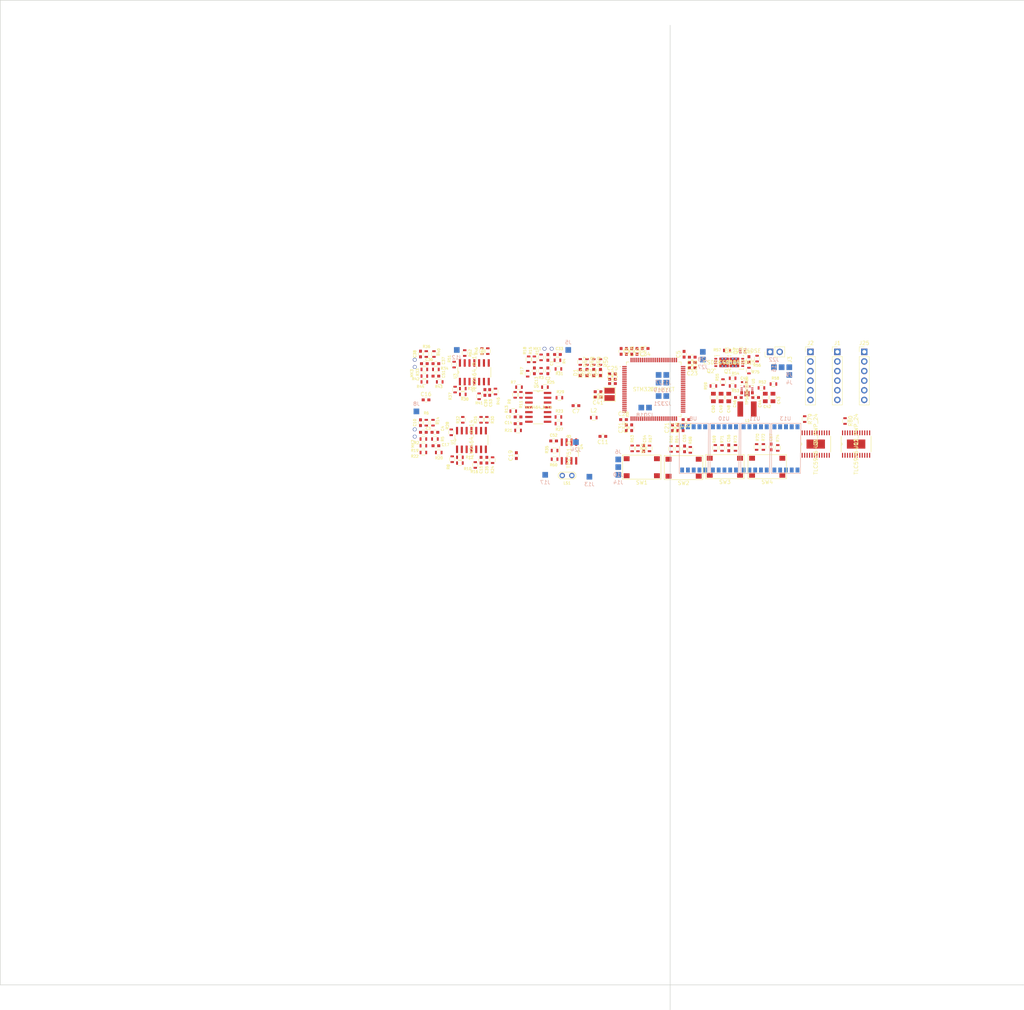
<source format=kicad_pcb>
(kicad_pcb (version 4) (host pcbnew 4.0.4-stable)
  (layers (0 F.Cu signal) (1 In1.Cu power) (2 In2.Cu power) (31 B.Cu signal) (36 B.SilkS user) (37 F.SilkS user) (38 B.Mask user) (39 F.Mask user) (44 Edge.Cuts user))
  (net 0 "")
  (net 1 GND)
  (net 2 "Net-(C1-Pad2)")
  (net 3 "Net-(C3-Pad2)")
  (net 4 VDD)
  (net 5 VDDA)
  (net 6 "Net-(C9-Pad2)")
  (net 7 "Net-(C10-Pad2)")
  (net 8 /Com_165A)
  (net 9 "Net-(C21-Pad2)")
  (net 10 "Net-(C23-Pad2)")
  (net 11 "Net-(C33-Pad2)")
  (net 12 /OSC_IN)
  (net 13 /OSC_OUT)
  (net 14 "Net-(C42-Pad2)")
  (net 15 "Net-(C45-Pad2)")
  (net 16 "Net-(C46-Pad2)")
  (net 17 "Net-(C47-Pad2)")
  (net 18 "Net-(C52-Pad2)")
  (net 19 "Net-(C54-Pad2)")
  (net 20 "Net-(C54-Pad1)")
  (net 21 "Net-(C55-Pad2)")
  (net 22 "Net-(C55-Pad1)")
  (net 23 "Net-(C56-Pad2)")
  (net 24 "Net-(C56-Pad1)")
  (net 25 "Net-(C57-Pad2)")
  (net 26 "Net-(C57-Pad1)")
  (net 27 "Net-(D1-Pad2)")
  (net 28 "Net-(D2-Pad2)")
  (net 29 "Net-(D3-Pad2)")
  (net 30 "Net-(D4-Pad2)")
  (net 31 /GPIO_1)
  (net 32 /GPIO_2)
  (net 33 /GPIO_3)
  (net 34 /GPIO_4)
  (net 35 /GPIO_5)
  (net 36 /GPIO_6)
  (net 37 /TCK)
  (net 38 /TMS)
  (net 39 /NRST)
  (net 40 /SWO)
  (net 41 /Batt+)
  (net 42 /In11)
  (net 43 /SCK)
  (net 44 /In12)
  (net 45 /MISO)
  (net 46 /In13)
  (net 47 /MOSI)
  (net 48 /DAC_O)
  (net 49 /SS1)
  (net 50 /SS2)
  (net 51 /Pop_Sup)
  (net 52 /SS4)
  (net 53 /BOOT0)
  (net 54 /TDI)
  (net 55 "Net-(L1-Pad1)")
  (net 56 "Net-(L1-Pad2)")
  (net 57 "Net-(LS1-Pad1)")
  (net 58 "Net-(LS1-Pad2)")
  (net 59 "Net-(MK1-Pad2)")
  (net 60 "Net-(MK2-Pad2)")
  (net 61 "Net-(MK3-Pad2)")
  (net 62 "Net-(Q1-Pad4)")
  (net 63 "Net-(Q1-Pad5)")
  (net 64 "Net-(Q2-Pad4)")
  (net 65 "Net-(R35-Pad2)")
  (net 66 /LED_R)
  (net 67 /LED_B)
  (net 68 /LED_Y)
  (net 69 /LED_G)
  (net 70 "Net-(R52-Pad2)")
  (net 71 "Net-(R53-Pad2)")
  (net 72 "Net-(R55-Pad2)")
  (net 73 "Net-(R57-Pad2)")
  (net 74 /UserBtn1)
  (net 75 /UserBtn3)
  (net 76 /UserBtn2)
  (net 77 /UserBtn4)
  (net 78 "Net-(R79-Pad2)")
  (net 79 "Net-(R80-Pad2)")
  (net 80 "Net-(U2-Pad5)")
  (net 81 "Net-(U2-Pad7)")
  (net 82 "Net-(U2-Pad8)")
  (net 83 "Net-(U2-Pad9)")
  (net 84 "Net-(U2-Pad15)")
  (net 85 "Net-(U2-Pad22)")
  (net 86 "Net-(U2-Pad23)")
  (net 87 "Net-(U2-Pad24)")
  (net 88 /SS3)
  (net 89 "Net-(U2-Pad36)")
  (net 90 "Net-(U2-Pad37)")
  (net 91 "Net-(U2-Pad38)")
  (net 92 "Net-(U2-Pad39)")
  (net 93 "Net-(U2-Pad40)")
  (net 94 "Net-(U2-Pad41)")
  (net 95 "Net-(U2-Pad42)")
  (net 96 "Net-(U2-Pad43)")
  (net 97 "Net-(U2-Pad44)")
  (net 98 "Net-(U2-Pad45)")
  (net 99 "Net-(U2-Pad46)")
  (net 100 "Net-(U2-Pad47)")
  (net 101 "Net-(U2-Pad51)")
  (net 102 "Net-(U2-Pad52)")
  (net 103 "Net-(U2-Pad53)")
  (net 104 "Net-(U2-Pad54)")
  (net 105 "Net-(U2-Pad55)")
  (net 106 "Net-(U2-Pad56)")
  (net 107 "Net-(U2-Pad57)")
  (net 108 "Net-(U2-Pad58)")
  (net 109 "Net-(U2-Pad63)")
  (net 110 "Net-(U2-Pad64)")
  (net 111 "Net-(U2-Pad65)")
  (net 112 "Net-(U2-Pad78)")
  (net 113 "Net-(U2-Pad79)")
  (net 114 "Net-(U2-Pad80)")
  (net 115 "Net-(U2-Pad81)")
  (net 116 "Net-(U2-Pad82)")
  (net 117 "Net-(U2-Pad83)")
  (net 118 "Net-(U2-Pad84)")
  (net 119 "Net-(U2-Pad85)")
  (net 120 "Net-(U2-Pad86)")
  (net 121 "Net-(U2-Pad87)")
  (net 122 "Net-(U2-Pad88)")
  (net 123 "Net-(U2-Pad90)")
  (net 124 "Net-(U2-Pad91)")
  (net 125 "Net-(U2-Pad92)")
  (net 126 "Net-(U2-Pad93)")
  (net 127 "Net-(U2-Pad95)")
  (net 128 "Net-(U2-Pad96)")
  (net 129 "Net-(U2-Pad97)")
  (net 130 "Net-(U2-Pad98)")
  (net 131 "Net-(U7-Pad1)")
  (net 132 "Net-(U8-Pad5)")
  (net 133 "Net-(U8-Pad4)")
  (net 134 "Net-(U8-Pad2)")
  (net 135 "Net-(U8-Pad1)")
  (net 136 "Net-(U8-Pad6)")
  (net 137 "Net-(U8-Pad7)")
  (net 138 "Net-(U8-Pad9)")
  (net 139 "Net-(U8-Pad10)")
  (net 140 "Net-(U10-Pad5)")
  (net 141 "Net-(U10-Pad4)")
  (net 142 "Net-(U10-Pad2)")
  (net 143 "Net-(U10-Pad1)")
  (net 144 "Net-(U10-Pad6)")
  (net 145 "Net-(U10-Pad7)")
  (net 146 "Net-(U10-Pad9)")
  (net 147 "Net-(U10-Pad10)")
  (net 148 "Net-(U11-Pad5)")
  (net 149 "Net-(U11-Pad4)")
  (net 150 "Net-(U11-Pad2)")
  (net 151 "Net-(U11-Pad1)")
  (net 152 "Net-(U11-Pad6)")
  (net 153 "Net-(U11-Pad7)")
  (net 154 "Net-(U11-Pad9)")
  (net 155 "Net-(U11-Pad10)")
  (net 156 "Net-(U12-Pad13)")
  (net 157 "Net-(U12-Pad18)")
  (net 158 "Net-(U12-Pad17)")
  (net 159 "Net-(U12-Pad16)")
  (net 160 "Net-(U12-Pad19)")
  (net 161 "Net-(U12-Pad20)")
  (net 162 "Net-(U12-Pad15)")
  (net 163 "Net-(U12-Pad14)")
  (net 164 "Net-(U12-Pad2)")
  (net 165 /Batt-)
  (net 166 "Net-(Q1-Pad1)")
  (net 167 /u1a+)
  (net 168 /u2a+)
  (net 169 /u1b-)
  (net 170 /u1bo)
  (net 171 "Net-(C15-Pad2)")
  (net 172 /u2b-)
  (net 173 /u2bo)
  (net 174 "Net-(C36-Pad2)")
  (net 175 /u3a+)
  (net 176 "Net-(C38-Pad2)")
  (net 177 "Net-(C39-Pad2)")
  (net 178 /u3b-)
  (net 179 /u3bo)
  (net 180 /u1a-)
  (net 181 /u2a-)
  (net 182 /u1ao)
  (net 183 /u2ao)
  (net 184 /u1b+)
  (net 185 /u2b+)
  (net 186 /u1c-)
  (net 187 /u1c+)
  (net 188 /u2c-)
  (net 189 /u1co)
  (net 190 /u2c+)
  (net 191 /u1d-)
  (net 192 /u2co)
  (net 193 /u2d-)
  (net 194 /u3a-)
  (net 195 /u3ao)
  (net 196 /u3b+)
  (net 197 /u3c-)
  (net 198 /u3c+)
  (net 199 /u3co)
  (net 200 /u3d-)
  (net 201 /Com_165B)
  (net 202 /Com_165C)
  (module Capacitors_SMD:C_0603 (layer F.Cu) (at 192.151 106.299 90)
    (fp_text reference C5 (at 0 -1.5 90) (layer F.SilkS))
    (fp_text value 1uF)
    (pad 2 smd rect (at 0.75 0 90) (size 0.8 0.75) (layers F.Cu F.Mask) (net 1 GND))
    (pad 1 smd rect (at -0.75 0 90) (size 0.8 0.75) (layers F.Cu F.Mask) (net 4 VDD))
  )
  (module Capacitors_SMD:C_0603 (layer F.Cu) (at 178.308 105.537 270)
    (fp_text reference C6 (at 0 -1.5 270) (layer F.SilkS))
    (fp_text value 100nF)
    (pad 2 smd rect (at 0.75 0 270) (size 0.8 0.75) (layers F.Cu F.Mask) (net 4 VDD))
    (pad 1 smd rect (at -0.75 0 270) (size 0.8 0.75) (layers F.Cu F.Mask) (net 1 GND))
  )
  (module Capacitors_SMD:C_0603 (layer F.Cu) (at 163.576 119.888 180)
    (fp_text reference C7 (at 0 -1.5 180) (layer F.SilkS))
    (fp_text value 100nF)
    (pad 2 smd rect (at 0.75 0 180) (size 0.8 0.75) (layers F.Cu F.Mask) (net 5 VDDA))
    (pad 1 smd rect (at -0.75 0 180) (size 0.8 0.75) (layers F.Cu F.Mask) (net 1 GND))
  )
  (module Capacitors_SMD:C_0603 (layer F.Cu) (at 175.514 105.537 270)
    (fp_text reference C8 (at 0 -1.5 270) (layer F.SilkS))
    (fp_text value 100nF)
    (pad 2 smd rect (at 0.75 0 270) (size 0.8 0.75) (layers F.Cu F.Mask) (net 4 VDD))
    (pad 1 smd rect (at -0.75 0 270) (size 0.8 0.75) (layers F.Cu F.Mask) (net 1 GND))
  )
  (module Capacitors_SMD:C_0603 (layer F.Cu) (at 170.688 128.016 180)
    (fp_text reference C11 (at 0 -1.5 180) (layer F.SilkS))
    (fp_text value 1uF)
    (pad 2 smd rect (at 0.75 0 180) (size 0.8 0.75) (layers F.Cu F.Mask) (net 5 VDDA))
    (pad 1 smd rect (at -0.75 0 180) (size 0.8 0.75) (layers F.Cu F.Mask) (net 1 GND))
  )
  (module Capacitors_SMD:C_0603 (layer F.Cu) (at 173.228 114.046)
    (fp_text reference C12 (at 0 -1.5) (layer F.SilkS))
    (fp_text value 100nF)
    (pad 2 smd rect (at 0.75 0) (size 0.8 0.75) (layers F.Cu F.Mask) (net 4 VDD))
    (pad 1 smd rect (at -0.75 0) (size 0.8 0.75) (layers F.Cu F.Mask) (net 1 GND))
  )
  (module Capacitors_SMD:C_0603 (layer F.Cu) (at 123.952 118.364)
    (fp_text reference C16 (at 0 -1.5) (layer F.SilkS))
    (fp_text value 10uF)
    (pad 2 smd rect (at 0.75 0) (size 0.8 0.75) (layers F.Cu F.Mask) (net 5 VDDA))
    (pad 1 smd rect (at -0.75 0) (size 0.8 0.75) (layers F.Cu F.Mask) (net 1 GND))
  )
  (module Capacitors_SMD:C_0603 (layer F.Cu) (at 191.897 125.73 90)
    (fp_text reference C18 (at 0 -1.5 90) (layer F.SilkS))
    (fp_text value 100nF)
    (pad 2 smd rect (at 0.75 0 90) (size 0.8 0.75) (layers F.Cu F.Mask) (net 4 VDD))
    (pad 1 smd rect (at -0.75 0 90) (size 0.8 0.75) (layers F.Cu F.Mask) (net 1 GND))
  )
  (module Capacitors_SMD:C_0603 (layer F.Cu) (at 147.828 133.096 90)
    (fp_text reference C19 (at 0 -1.5 90) (layer F.SilkS))
    (fp_text value 10uF)
    (pad 2 smd rect (at 0.75 0 90) (size 0.8 0.75) (layers F.Cu F.Mask) (net 5 VDDA))
    (pad 1 smd rect (at -0.75 0 90) (size 0.8 0.75) (layers F.Cu F.Mask) (net 1 GND))
  )
  (module Capacitors_SMD:C_0603 (layer F.Cu) (at 179.705 105.537 270)
    (fp_text reference C20 (at 0 -1.5 270) (layer F.SilkS))
    (fp_text value 100nF)
    (pad 2 smd rect (at 0.75 0 270) (size 0.8 0.75) (layers F.Cu F.Mask) (net 4 VDD))
    (pad 1 smd rect (at -0.75 0 270) (size 0.8 0.75) (layers F.Cu F.Mask) (net 1 GND))
  )
  (module Capacitors_SMD:C_0603 (layer F.Cu) (at 189.103 125.73 90)
    (fp_text reference C21 (at 0 -1.5 90) (layer F.SilkS))
    (fp_text value 2.2uF)
    (pad 2 smd rect (at 0.75 0 90) (size 0.8 0.75) (layers F.Cu F.Mask) (net 9 "Net-(C21-Pad2)"))
    (pad 1 smd rect (at -0.75 0 90) (size 0.8 0.75) (layers F.Cu F.Mask) (net 1 GND))
  )
  (module Capacitors_SMD:C_0603 (layer F.Cu) (at 194.31 108.458 180)
    (fp_text reference C22 (at 0 -1.5 180) (layer F.SilkS))
    (fp_text value 100nF)
    (pad 2 smd rect (at 0.75 0 180) (size 0.8 0.75) (layers F.Cu F.Mask) (net 4 VDD))
    (pad 1 smd rect (at -0.75 0 180) (size 0.8 0.75) (layers F.Cu F.Mask) (net 1 GND))
  )
  (module Capacitors_SMD:C_0603 (layer F.Cu) (at 194.31 109.855 180)
    (fp_text reference C23 (at 0 -1.5 180) (layer F.SilkS))
    (fp_text value 2.2uF)
    (pad 2 smd rect (at 0.75 0 180) (size 0.8 0.75) (layers F.Cu F.Mask) (net 10 "Net-(C23-Pad2)"))
    (pad 1 smd rect (at -0.75 0 180) (size 0.8 0.75) (layers F.Cu F.Mask) (net 1 GND))
  )
  (module Capacitors_SMD:C_0603 (layer F.Cu) (at 173.228 112.903)
    (fp_text reference C24 (at 0 -1.5) (layer F.SilkS))
    (fp_text value 100nF)
    (pad 2 smd rect (at 0.75 0) (size 0.8 0.75) (layers F.Cu F.Mask) (net 4 VDD))
    (pad 1 smd rect (at -0.75 0) (size 0.8 0.75) (layers F.Cu F.Mask) (net 1 GND))
  )
  (module Capacitors_SMD:C_0603 (layer F.Cu) (at 173.228 111.506)
    (fp_text reference C25 (at 0 -1.5) (layer F.SilkS))
    (fp_text value 100nF)
    (pad 2 smd rect (at 0.75 0) (size 0.8 0.75) (layers F.Cu F.Mask) (net 4 VDD))
    (pad 1 smd rect (at -0.75 0) (size 0.8 0.75) (layers F.Cu F.Mask) (net 1 GND))
  )
  (module Capacitors_SMD:C_0603 (layer F.Cu) (at 176.911 105.537 270)
    (fp_text reference C26 (at 0 -1.5 270) (layer F.SilkS))
    (fp_text value 100nF)
    (pad 2 smd rect (at 0.75 0 270) (size 0.8 0.75) (layers F.Cu F.Mask) (net 4 VDD))
    (pad 1 smd rect (at -0.75 0 270) (size 0.8 0.75) (layers F.Cu F.Mask) (net 1 GND))
  )
  (module Capacitors_SMD:C_0603 (layer F.Cu) (at 190.5 125.73 90)
    (fp_text reference C27 (at 0 -1.5 90) (layer F.SilkS))
    (fp_text value 100nF)
    (pad 2 smd rect (at 0.75 0 90) (size 0.8 0.75) (layers F.Cu F.Mask) (net 4 VDD))
    (pad 1 smd rect (at -0.75 0 90) (size 0.8 0.75) (layers F.Cu F.Mask) (net 1 GND))
  )
  (module Capacitors_SMD:C_0603 (layer F.Cu) (at 176.149 123.571)
    (fp_text reference C28 (at 0 -1.5) (layer F.SilkS))
    (fp_text value 100nF)
    (pad 2 smd rect (at 0.75 0) (size 0.8 0.75) (layers F.Cu F.Mask) (net 4 VDD))
    (pad 1 smd rect (at -0.75 0) (size 0.8 0.75) (layers F.Cu F.Mask) (net 1 GND))
  )
  (module Capacitors_SMD:C_0603 (layer F.Cu) (at 178.308 125.73 90)
    (fp_text reference C29 (at 0 -1.5 90) (layer F.SilkS))
    (fp_text value 100nF)
    (pad 2 smd rect (at 0.75 0 90) (size 0.8 0.75) (layers F.Cu F.Mask) (net 4 VDD))
    (pad 1 smd rect (at -0.75 0 90) (size 0.8 0.75) (layers F.Cu F.Mask) (net 1 GND))
  )
  (module Capacitors_SMD:C_0603 (layer F.Cu) (at 194.31 107.061 180)
    (fp_text reference C30 (at 0 -1.5 180) (layer F.SilkS))
    (fp_text value 100nF)
    (pad 2 smd rect (at 0.75 0 180) (size 0.8 0.75) (layers F.Cu F.Mask) (net 4 VDD))
    (pad 1 smd rect (at -0.75 0 180) (size 0.8 0.75) (layers F.Cu F.Mask) (net 1 GND))
  )
  (module Capacitors_SMD:C_0603 (layer F.Cu) (at 176.911 125.73 90)
    (fp_text reference C31 (at 0 -1.5 90) (layer F.SilkS))
    (fp_text value 100nF)
    (pad 2 smd rect (at 0.75 0 90) (size 0.8 0.75) (layers F.Cu F.Mask) (net 4 VDD))
    (pad 1 smd rect (at -0.75 0 90) (size 0.8 0.75) (layers F.Cu F.Mask) (net 1 GND))
  )
  (module Capacitors_SMD:C_0603 (layer F.Cu) (at 192.659 123.571 180)
    (fp_text reference C32 (at 0 -1.5 180) (layer F.SilkS))
    (fp_text value 100nF)
    (pad 2 smd rect (at 0.75 0 180) (size 0.8 0.75) (layers F.Cu F.Mask) (net 4 VDD))
    (pad 1 smd rect (at -0.75 0 180) (size 0.8 0.75) (layers F.Cu F.Mask) (net 1 GND))
  )
  (module Capacitors_SMD:C_0603 (layer F.Cu) (at 181.864 104.775 180)
    (fp_text reference C34 (at 0 -1.5 180) (layer F.SilkS))
    (fp_text value 4.7uF)
    (pad 2 smd rect (at 0.75 0 180) (size 0.8 0.75) (layers F.Cu F.Mask) (net 4 VDD))
    (pad 1 smd rect (at -0.75 0 180) (size 0.8 0.75) (layers F.Cu F.Mask) (net 1 GND))
  )
  (module Capacitors_SMD:C_0603 (layer F.Cu) (at 123.5075 108.7755)
    (fp_text reference C36 (at 1.27 -1.0795) (layer F.SilkS) (effects (font (size 0.7 0.7))))
    (fp_text value 33pF)
    (pad 2 smd rect (at 0.75 0) (size 0.8 0.75) (layers F.Cu F.Mask) (net 174 "Net-(C36-Pad2)"))
    (pad 1 smd rect (at -0.75 0) (size 0.8 0.75) (layers F.Cu F.Mask) (net 1 GND))
  )
  (module Capacitors_SMD:C_0603 (layer F.Cu) (at 169.418 116.205 180)
    (fp_text reference C40 (at 0 -1.5 180) (layer F.SilkS))
    (fp_text value 4.3pF)
    (pad 2 smd rect (at 0.75 0 180) (size 0.8 0.75) (layers F.Cu F.Mask) (net 1 GND))
    (pad 1 smd rect (at -0.75 0 180) (size 0.8 0.75) (layers F.Cu F.Mask) (net 12 /OSC_IN))
  )
  (module Capacitors_SMD:C_0603 (layer F.Cu) (at 169.418 117.602 180)
    (fp_text reference C41 (at 0 -1.5 180) (layer F.SilkS))
    (fp_text value 4.3pF)
    (pad 2 smd rect (at 0.75 0 180) (size 0.8 0.75) (layers F.Cu F.Mask) (net 1 GND))
    (pad 1 smd rect (at -0.75 0 180) (size 0.8 0.75) (layers F.Cu F.Mask) (net 13 /OSC_OUT))
  )
  (module Capacitors_SMD:C_0805 (layer F.Cu) (at 213.614 117.729 90)
    (fp_text reference C42 (at -2.413 0.508 180) (layer F.SilkS) (effects (font (size 0.7 0.7))))
    (fp_text value 10uF)
    (pad 1 smd rect (at -1 0 90) (size 1 1.25) (layers F.Cu F.Mask) (net 1 GND))
    (pad 2 smd rect (at 1 0 90) (size 1 1.25) (layers F.Cu F.Mask) (net 14 "Net-(C42-Pad2)"))
  )
  (module Capacitors_SMD:C_0805 (layer F.Cu) (at 215.646 117.729 90)
    (fp_text reference C43 (at -0.762 1.524 90) (layer F.SilkS) (effects (font (size 0.7 0.7))))
    (fp_text value 10uF)
    (pad 1 smd rect (at -1 0 90) (size 1 1.25) (layers F.Cu F.Mask) (net 1 GND))
    (pad 2 smd rect (at 1 0 90) (size 1 1.25) (layers F.Cu F.Mask) (net 14 "Net-(C42-Pad2)"))
  )
  (module Capacitors_SMD:C_0603 (layer F.Cu) (at 211.074 117.729 180)
    (fp_text reference C44 (at -1.143 -1.651 270) (layer F.SilkS) (effects (font (size 0.7 0.7))))
    (fp_text value 10uF)
    (pad 2 smd rect (at 0.75 0 180) (size 0.8 0.75) (layers F.Cu F.Mask) (net 14 "Net-(C42-Pad2)"))
    (pad 1 smd rect (at -0.75 0 180) (size 0.8 0.75) (layers F.Cu F.Mask) (net 1 GND))
  )
  (module Capacitors_SMD:C_0402 (layer F.Cu) (at 208.026 113.665)
    (fp_text reference C45 (at 0 -1.016) (layer F.SilkS) (effects (font (size 0.7 0.7))))
    (fp_text value 100nF)
    (pad 1 smd rect (at -0.55 0) (size 0.6 0.5) (layers F.Cu F.Mask) (net 1 GND))
    (pad 2 smd rect (at 0.55 0) (size 0.6 0.5) (layers F.Cu F.Mask) (net 15 "Net-(C45-Pad2)"))
  )
  (module Capacitors_SMD:C_0603 (layer F.Cu) (at 206.502 117.729)
    (fp_text reference C46 (at -0.9525 1.651 90) (layer F.SilkS) (effects (font (size 0.7 0.7))))
    (fp_text value 10uF)
    (pad 2 smd rect (at 0.75 0) (size 0.8 0.75) (layers F.Cu F.Mask) (net 16 "Net-(C46-Pad2)"))
    (pad 1 smd rect (at -0.75 0) (size 0.8 0.75) (layers F.Cu F.Mask) (net 1 GND))
  )
  (module Capacitors_SMD:C_0603 (layer F.Cu) (at 209.296 107.696 90)
    (fp_text reference C47 (at 1.905 -0.127 180) (layer F.SilkS) (effects (font (size 0.7 0.7))))
    (fp_text value 100nF)
    (pad 2 smd rect (at 0.75 0 90) (size 0.8 0.75) (layers F.Cu F.Mask) (net 17 "Net-(C47-Pad2)"))
    (pad 1 smd rect (at -0.75 0 90) (size 0.8 0.75) (layers F.Cu F.Mask) (net 165 /Batt-))
  )
  (module Capacitors_SMD:C_0805 (layer F.Cu) (at 203.962 117.729 90)
    (fp_text reference C48 (at -3.048 0 270) (layer F.SilkS) (effects (font (size 0.7 0.7))))
    (fp_text value 22uF)
    (pad 1 smd rect (at -1 0 90) (size 1 1.25) (layers F.Cu F.Mask) (net 1 GND))
    (pad 2 smd rect (at 1 0 90) (size 1 1.25) (layers F.Cu F.Mask) (net 16 "Net-(C46-Pad2)"))
  )
  (module Capacitors_SMD:C_0805 (layer F.Cu) (at 201.93 117.729 90)
    (fp_text reference C49 (at -3.048 0 270) (layer F.SilkS) (effects (font (size 0.7 0.7))))
    (fp_text value 22uF)
    (pad 1 smd rect (at -1 0 90) (size 1 1.25) (layers F.Cu F.Mask) (net 1 GND))
    (pad 2 smd rect (at 1 0 90) (size 1 1.25) (layers F.Cu F.Mask) (net 16 "Net-(C46-Pad2)"))
  )
  (module Capacitors_SMD:C_0805 (layer F.Cu) (at 199.898 117.729 90)
    (fp_text reference C50 (at -3.048 0 90) (layer F.SilkS) (effects (font (size 0.7 0.7))))
    (fp_text value 22uF)
    (pad 1 smd rect (at -1 0 90) (size 1 1.25) (layers F.Cu F.Mask) (net 1 GND))
    (pad 2 smd rect (at 1 0 90) (size 1 1.25) (layers F.Cu F.Mask) (net 16 "Net-(C46-Pad2)"))
  )
  (module Capacitors_SMD:C_0603 (layer F.Cu) (at 157.6705 129.2225)
    (fp_text reference C52 (at 0 -1.5) (layer F.SilkS) (effects (font (size 0.7 0.7))))
    (fp_text value 1uF)
    (pad 2 smd rect (at 0.75 0) (size 0.8 0.75) (layers F.Cu F.Mask) (net 18 "Net-(C52-Pad2)"))
    (pad 1 smd rect (at -0.75 0) (size 0.8 0.75) (layers F.Cu F.Mask) (net 1 GND))
  )
  (module Capacitors_SMD:C_0603 (layer F.Cu) (at 140.7795 116.3955 270)
    (fp_text reference C53 (at 2.794 -0.254 270) (layer F.SilkS) (effects (font (size 0.7 0.7))))
    (fp_text value "820 pF")
    (pad 2 smd rect (at 0.75 0 270) (size 0.8 0.75) (layers F.Cu F.Mask) (net 178 /u3b-))
    (pad 1 smd rect (at -0.75 0 270) (size 0.8 0.75) (layers F.Cu F.Mask) (net 179 /u3bo))
  )
  (module Capacitors_SMD:C_0603 (layer F.Cu) (at 181.483 131.191 270)
    (fp_text reference C54 (at -2.54 -0.254 270) (layer F.SilkS) (effects (font (size 0.7 0.7))))
    (fp_text value 10uF)
    (pad 2 smd rect (at 0.75 0 270) (size 0.8 0.75) (layers F.Cu F.Mask) (net 19 "Net-(C54-Pad2)"))
    (pad 1 smd rect (at -0.75 0 270) (size 0.8 0.75) (layers F.Cu F.Mask) (net 20 "Net-(C54-Pad1)"))
  )
  (module Capacitors_SMD:C_0603 (layer F.Cu) (at 192.278 131.318 270)
    (fp_text reference C55 (at -2.794 0 270) (layer F.SilkS) (effects (font (size 0.7 0.7))))
    (fp_text value 10uF)
    (pad 2 smd rect (at 0.75 0 270) (size 0.8 0.75) (layers F.Cu F.Mask) (net 21 "Net-(C55-Pad2)"))
    (pad 1 smd rect (at -0.75 0 270) (size 0.8 0.75) (layers F.Cu F.Mask) (net 22 "Net-(C55-Pad1)"))
  )
  (module Capacitors_SMD:C_0603 (layer F.Cu) (at 203.962 131.064 270)
    (fp_text reference C56 (at -2.54 0 270) (layer F.SilkS) (effects (font (size 0.7 0.7))))
    (fp_text value 10uF)
    (pad 2 smd rect (at 0.75 0 270) (size 0.8 0.75) (layers F.Cu F.Mask) (net 23 "Net-(C56-Pad2)"))
    (pad 1 smd rect (at -0.75 0 270) (size 0.8 0.75) (layers F.Cu F.Mask) (net 24 "Net-(C56-Pad1)"))
  )
  (module Capacitors_SMD:C_0603 (layer F.Cu) (at 215.138 130.81 270)
    (fp_text reference C57 (at -2.54 0 270) (layer F.SilkS) (effects (font (size 0.7 0.7))))
    (fp_text value 10uF)
    (pad 2 smd rect (at 0.75 0 270) (size 0.8 0.75) (layers F.Cu F.Mask) (net 25 "Net-(C57-Pad2)"))
    (pad 1 smd rect (at -0.75 0 270) (size 0.8 0.75) (layers F.Cu F.Mask) (net 26 "Net-(C57-Pad1)"))
  )
  (module LEDs:LED_0603 (layer F.Cu) (at 164.719 111.125 90)
    (fp_text reference D1 (at 0 -1.25 90) (layer F.SilkS))
    (fp_text value LED)
    (pad 2 smd rect (at 0.8 0 270) (size 0.8 0.8) (layers F.Cu F.Mask) (net 27 "Net-(D1-Pad2)"))
    (pad 1 smd rect (at -0.8 0 270) (size 0.8 0.8) (layers F.Cu F.Mask) (net 1 GND))
  )
  (module LEDs:LED_0603 (layer F.Cu) (at 166.497 111.125 90)
    (fp_text reference D2 (at 0 -1.25 90) (layer F.SilkS))
    (fp_text value LED)
    (pad 2 smd rect (at 0.8 0 270) (size 0.8 0.8) (layers F.Cu F.Mask) (net 28 "Net-(D2-Pad2)"))
    (pad 1 smd rect (at -0.8 0 270) (size 0.8 0.8) (layers F.Cu F.Mask) (net 1 GND))
  )
  (module LEDs:LED_0603 (layer F.Cu) (at 168.275 111.125 90)
    (fp_text reference D3 (at 0 -1.25 90) (layer F.SilkS))
    (fp_text value LED)
    (pad 2 smd rect (at 0.8 0 270) (size 0.8 0.8) (layers F.Cu F.Mask) (net 29 "Net-(D3-Pad2)"))
    (pad 1 smd rect (at -0.8 0 270) (size 0.8 0.8) (layers F.Cu F.Mask) (net 1 GND))
  )
  (module LEDs:LED_0603 (layer F.Cu) (at 170.053 111.125 90)
    (fp_text reference D4 (at 0 -1.25 90) (layer F.SilkS))
    (fp_text value LED)
    (pad 2 smd rect (at 0.8 0 270) (size 0.8 0.8) (layers F.Cu F.Mask) (net 30 "Net-(D4-Pad2)"))
    (pad 1 smd rect (at -0.8 0 270) (size 0.8 0.8) (layers F.Cu F.Mask) (net 1 GND))
  )
  (module Pin_Headers:Pin_Header_Straight_1x06_Pitch2.54mm (layer F.Cu) (at 225.552 105.664)
    (fp_text reference J2 (at 0 -2.33) (layer F.SilkS))
    (fp_text value Conn_01x06)
    (pad 1 thru_hole rect (at 0 0) (size 1.7 1.7) (drill 1) (layers *.Cu *.Mask) (net 4 VDD))
    (pad 2 thru_hole oval (at 0 2.54) (size 1.7 1.7) (drill 1) (layers *.Cu *.Mask) (net 37 /TCK))
    (pad 3 thru_hole oval (at 0 5.08) (size 1.7 1.7) (drill 1) (layers *.Cu *.Mask) (net 1 GND))
    (pad 4 thru_hole oval (at 0 7.62) (size 1.7 1.7) (drill 1) (layers *.Cu *.Mask) (net 38 /TMS))
    (pad 5 thru_hole oval (at 0 10.16) (size 1.7 1.7) (drill 1) (layers *.Cu *.Mask) (net 39 /NRST))
    (pad 6 thru_hole oval (at 0 12.7) (size 1.7 1.7) (drill 1) (layers *.Cu *.Mask) (net 40 /SWO))
  )
  (module Pin_Headers:Pin_Header_Straight_1x02_Pitch2.54mm (layer F.Cu) (at 214.884 105.664 90)
    (fp_text reference J3 (at -2.032 5.207 90) (layer F.SilkS))
    (fp_text value Conn_01x02)
    (pad 1 thru_hole rect (at 0 0 90) (size 1.7 1.7) (drill 1) (layers *.Cu *.Mask) (net 41 /Batt+))
    (pad 2 thru_hole oval (at 0 2.54 90) (size 1.7 1.7) (drill 1) (layers *.Cu *.Mask) (net 165 /Batt-))
  )
  (module Measurement_Points:Measurement_Point_Square-SMD-Pad_Small (layer B.Cu) (at 219.964 111.76)
    (fp_text reference J4 (at 0 2) (layer B.SilkS) (effects (justify mirror)))
    (fp_text value TEST_1P)
    (pad 1 smd rect (at 0 0) (size 1.5 1.5) (layers B.Cu B.Mask) (net 41 /Batt+))
  )
  (module Measurement_Points:Measurement_Point_Square-SMD-Pad_Small (layer B.Cu) (at 161.544 105.156 180)
    (fp_text reference J5 (at 0 2 180) (layer B.SilkS) (effects (justify mirror)))
    (fp_text value TEST_1P)
    (pad 1 smd rect (at 0 0 180) (size 1.5 1.5) (layers B.Cu B.Mask) (net 42 /In11))
  )
  (module Measurement_Points:Measurement_Point_Square-SMD-Pad_Small (layer B.Cu) (at 174.752 134.112 180)
    (fp_text reference J6 (at 0 2 180) (layer B.SilkS) (effects (justify mirror)))
    (fp_text value TEST_1P)
    (pad 1 smd rect (at 0 0 180) (size 1.5 1.5) (layers B.Cu B.Mask) (net 43 /SCK))
  )
  (module Measurement_Points:Measurement_Point_Square-SMD-Pad_Small (layer B.Cu) (at 185.42 111.76)
    (fp_text reference J7 (at 0 2) (layer B.SilkS) (effects (justify mirror)))
    (fp_text value TEST_1P)
    (pad 1 smd rect (at 0 0) (size 1.5 1.5) (layers B.Cu B.Mask) (net 31 /GPIO_1))
  )
  (module Measurement_Points:Measurement_Point_Square-SMD-Pad_Small (layer B.Cu) (at 121.412 121.412 180)
    (fp_text reference J8 (at 0 2 180) (layer B.SilkS) (effects (justify mirror)))
    (fp_text value TEST_1P)
    (pad 1 smd rect (at 0 0 180) (size 1.5 1.5) (layers B.Cu B.Mask) (net 44 /In12))
  )
  (module Measurement_Points:Measurement_Point_Square-SMD-Pad_Small (layer B.Cu) (at 219.964 109.728)
    (fp_text reference J9 (at 0 2) (layer B.SilkS) (effects (justify mirror)))
    (fp_text value TEST_1P)
    (pad 1 smd rect (at 0 0) (size 1.5 1.5) (layers B.Cu B.Mask) (net 4 VDD))
  )
  (module Measurement_Points:Measurement_Point_Square-SMD-Pad_Small (layer B.Cu) (at 174.752 136.144)
    (fp_text reference J10 (at 0 2) (layer B.SilkS) (effects (justify mirror)))
    (fp_text value TEST_1P)
    (pad 1 smd rect (at 0 0) (size 1.5 1.5) (layers B.Cu B.Mask) (net 45 /MISO))
  )
  (module Measurement_Points:Measurement_Point_Square-SMD-Pad_Small (layer B.Cu) (at 187.452 111.76)
    (fp_text reference J11 (at 0 2) (layer B.SilkS) (effects (justify mirror)))
    (fp_text value TEST_1P)
    (pad 1 smd rect (at 0 0) (size 1.5 1.5) (layers B.Cu B.Mask) (net 32 /GPIO_2))
  )
  (module Measurement_Points:Measurement_Point_Square-SMD-Pad_Small (layer B.Cu) (at 132.08 105.156)
    (fp_text reference J12 (at 0 2) (layer B.SilkS) (effects (justify mirror)))
    (fp_text value TEST_1P)
    (pad 1 smd rect (at 0 0) (size 1.5 1.5) (layers B.Cu B.Mask) (net 46 /In13))
  )
  (module Measurement_Points:Measurement_Point_Square-SMD-Pad_Small (layer B.Cu) (at 167.132 138.684)
    (fp_text reference J13 (at 0 2) (layer B.SilkS) (effects (justify mirror)))
    (fp_text value TEST_1P)
    (pad 1 smd rect (at 0 0) (size 1.5 1.5) (layers B.Cu B.Mask) (net 5 VDDA))
  )
  (module Measurement_Points:Measurement_Point_Square-SMD-Pad_Small (layer B.Cu) (at 174.752 138.176)
    (fp_text reference J14 (at 0 2) (layer B.SilkS) (effects (justify mirror)))
    (fp_text value TEST_1P)
    (pad 1 smd rect (at 0 0) (size 1.5 1.5) (layers B.Cu B.Mask) (net 47 /MOSI))
  )
  (module Measurement_Points:Measurement_Point_Square-SMD-Pad_Small (layer B.Cu) (at 187.452 113.792)
    (fp_text reference J15 (at 0 2) (layer B.SilkS) (effects (justify mirror)))
    (fp_text value TEST_1P)
    (pad 1 smd rect (at 0 0) (size 1.5 1.5) (layers B.Cu B.Mask) (net 33 /GPIO_3))
  )
  (module Measurement_Points:Measurement_Point_Square-SMD-Pad_Small (layer B.Cu) (at 217.932 109.728 270)
    (fp_text reference J16 (at 0 2 270) (layer B.SilkS) (effects (justify mirror)))
    (fp_text value TEST_1P)
    (pad 1 smd rect (at 0 0 270) (size 1.5 1.5) (layers B.Cu B.Mask) (net 1 GND))
  )
  (module Measurement_Points:Measurement_Point_Square-SMD-Pad_Small (layer B.Cu) (at 155.448 138.176)
    (fp_text reference J17 (at 0 2) (layer B.SilkS) (effects (justify mirror)))
    (fp_text value TEST_1P)
    (pad 1 smd rect (at 0 0) (size 1.5 1.5) (layers B.Cu B.Mask) (net 48 /DAC_O))
  )
  (module Measurement_Points:Measurement_Point_Square-SMD-Pad_Small (layer B.Cu) (at 180.848 120.396)
    (fp_text reference J18 (at 0 2) (layer B.SilkS) (effects (justify mirror)))
    (fp_text value TEST_1P)
    (pad 1 smd rect (at 0 0) (size 1.5 1.5) (layers B.Cu B.Mask) (net 49 /SS1))
  )
  (module Measurement_Points:Measurement_Point_Square-SMD-Pad_Small (layer B.Cu) (at 185.42 113.792)
    (fp_text reference J19 (at 0 2) (layer B.SilkS) (effects (justify mirror)))
    (fp_text value TEST_1P)
    (pad 1 smd rect (at 0 0) (size 1.5 1.5) (layers B.Cu B.Mask) (net 34 /GPIO_4))
  )
  (module Measurement_Points:Measurement_Point_Square-SMD-Pad_Small (layer B.Cu) (at 182.88 120.396)
    (fp_text reference J20 (at 0 2) (layer B.SilkS) (effects (justify mirror)))
    (fp_text value TEST_1P)
    (pad 1 smd rect (at 0 0) (size 1.5 1.5) (layers B.Cu B.Mask) (net 50 /SS2))
  )
  (module Measurement_Points:Measurement_Point_Square-SMD-Pad_Small (layer B.Cu) (at 185.42 117.348)
    (fp_text reference J21 (at 0 2) (layer B.SilkS) (effects (justify mirror)))
    (fp_text value TEST_1P)
    (pad 1 smd rect (at 0 0) (size 1.5 1.5) (layers B.Cu B.Mask) (net 35 /GPIO_5))
  )
  (module Measurement_Points:Measurement_Point_Square-SMD-Pad_Small (layer B.Cu) (at 215.9 109.728 180)
    (fp_text reference J22 (at 0 2 180) (layer B.SilkS) (effects (justify mirror)))
    (fp_text value TEST_1P)
    (pad 1 smd rect (at 0 0 180) (size 1.5 1.5) (layers B.Cu B.Mask) (net 39 /NRST))
  )
  (module Measurement_Points:Measurement_Point_Square-SMD-Pad_Small (layer B.Cu) (at 187.452 117.348)
    (fp_text reference J23 (at 0 2) (layer B.SilkS) (effects (justify mirror)))
    (fp_text value TEST_1P)
    (pad 1 smd rect (at 0 0) (size 1.5 1.5) (layers B.Cu B.Mask) (net 36 /GPIO_6))
  )
  (module Measurement_Points:Measurement_Point_Square-SMD-Pad_Small (layer B.Cu) (at 163.576 129.54)
    (fp_text reference J24 (at 0 2) (layer B.SilkS) (effects (justify mirror)))
    (fp_text value TEST_1P)
    (pad 1 smd rect (at 0 0) (size 1.5 1.5) (layers B.Cu B.Mask) (net 51 /Pop_Sup))
  )
  (module Pin_Headers:Pin_Header_Straight_1x06_Pitch2.54mm (layer F.Cu) (at 239.776 105.664)
    (fp_text reference J25 (at 0 -2.33) (layer F.SilkS))
    (fp_text value Conn_01x06)
    (pad 1 thru_hole rect (at 0 0) (size 1.7 1.7) (drill 1) (layers *.Cu *.Mask) (net 43 /SCK))
    (pad 2 thru_hole oval (at 0 2.54) (size 1.7 1.7) (drill 1) (layers *.Cu *.Mask) (net 45 /MISO))
    (pad 3 thru_hole oval (at 0 5.08) (size 1.7 1.7) (drill 1) (layers *.Cu *.Mask) (net 47 /MOSI))
    (pad 4 thru_hole oval (at 0 7.62) (size 1.7 1.7) (drill 1) (layers *.Cu *.Mask) (net 52 /SS4))
    (pad 5 thru_hole oval (at 0 10.16) (size 1.7 1.7) (drill 1) (layers *.Cu *.Mask) (net 4 VDD))
    (pad 6 thru_hole oval (at 0 12.7) (size 1.7 1.7) (drill 1) (layers *.Cu *.Mask) (net 1 GND))
  )
  (module Measurement_Points:Measurement_Point_Square-SMD-Pad_Small (layer B.Cu) (at 197.104 107.696)
    (fp_text reference J27 (at 0 2) (layer B.SilkS) (effects (justify mirror)))
    (fp_text value TEST_1P)
    (pad 1 smd rect (at 0 0) (size 1.5 1.5) (layers B.Cu B.Mask) (net 53 /BOOT0))
  )
  (module Measurement_Points:Measurement_Point_Square-SMD-Pad_Small (layer B.Cu) (at 197.104 105.664)
    (fp_text reference J28 (at 0 2) (layer B.SilkS) (effects (justify mirror)))
    (fp_text value TEST_1P)
    (pad 1 smd rect (at 0 0) (size 1.5 1.5) (layers B.Cu B.Mask) (net 54 /TDI))
  )
  (module custom:L_cust01 (layer F.Cu) (at 208.534 120.777)
    (fp_text reference L1 (at 0.381 3.048) (layer F.SilkS) (effects (font (size 0.7 0.7))))
    (fp_text value 1.5uH)
    (pad 1 smd rect (at -1.524 0) (size 1.5 4) (layers F.Cu F.Mask) (net 55 "Net-(L1-Pad1)"))
    (pad 2 smd rect (at 2.032 0) (size 1.5 4) (layers F.Cu F.Mask) (net 56 "Net-(L1-Pad2)"))
  )
  (module Inductors_SMD:L_0603 (layer F.Cu) (at 168.275 123.063)
    (fp_text reference L2 (at 0 -1.9) (layer F.SilkS))
    (fp_text value Ferrite_Bead)
    (pad 1 smd rect (at -0.75 0) (size 0.5 0.9) (layers F.Cu F.Mask) (net 5 VDDA))
    (pad 2 smd rect (at 0.75 0) (size 0.5 0.9) (layers F.Cu F.Mask) (net 4 VDD))
  )
  (module Measurement_Points:Test_Point_2Pads (layer F.Cu) (at 162.4965 138.3665 180)
    (fp_text reference LS1 (at 1.27 -2 180) (layer F.SilkS) (effects (font (size 0.7 0.7))))
    (fp_text value Speaker)
    (pad 1 thru_hole circle (at 0 0 180) (size 1.4 1.4) (drill 0.8128) (layers *.Cu *.Mask) (net 57 "Net-(LS1-Pad1)"))
    (pad 2 thru_hole circle (at 2.54 0 180) (size 1.4 1.4) (drill 0.8128) (layers *.Cu *.Mask) (net 58 "Net-(LS1-Pad2)"))
  )
  (module custom:CMC2242PBL (layer F.Cu) (at 157.1625 104.8385 180)
    (fp_text reference MK1 (at 3.81 0 180) (layer F.SilkS) (effects (font (size 0.7 0.7))))
    (fp_text value Microphone)
    (pad 1 thru_hole circle (at 0 0 180) (size 1 1) (drill 0.762) (layers *.Cu *.Mask) (net 1 GND))
    (pad 2 thru_hole circle (at 1.9 0 180) (size 1 1) (drill 0.762) (layers *.Cu *.Mask) (net 59 "Net-(MK1-Pad2)"))
  )
  (module custom:CMC2242PBL (layer F.Cu) (at 120.9675 126.1745 270)
    (fp_text reference MK2 (at 3.81 0.508 270) (layer F.SilkS) (effects (font (size 0.7 0.7))))
    (fp_text value Microphone)
    (pad 1 thru_hole circle (at 0 0 270) (size 1 1) (drill 0.762) (layers *.Cu *.Mask) (net 1 GND))
    (pad 2 thru_hole circle (at 1.9 0 270) (size 1 1) (drill 0.762) (layers *.Cu *.Mask) (net 60 "Net-(MK2-Pad2)"))
  )
  (module custom:CMC2242PBL (layer F.Cu) (at 120.9675 107.7595 270)
    (fp_text reference MK3 (at 3.556 0.762 270) (layer F.SilkS) (effects (font (size 0.7 0.7))))
    (fp_text value Microphone)
    (pad 1 thru_hole circle (at 0 0 270) (size 1 1) (drill 0.762) (layers *.Cu *.Mask) (net 1 GND))
    (pad 2 thru_hole circle (at 1.9 0 270) (size 1 1) (drill 0.762) (layers *.Cu *.Mask) (net 61 "Net-(MK3-Pad2)"))
  )
  (module custom:CSD16406Q3 (layer F.Cu) (at 206.121 108.458 180)
    (fp_text reference Q1 (at 2.413 -2.413 180) (layer F.SilkS))
    (fp_text value CSD16408Q5 (at 0 0 180) (layer F.SilkS))
    (pad 1 smd rect (at -1.525001 -0.975002 270) (size 0.439999 0.750001) (layers F.Cu F.Mask) (net 166 "Net-(Q1-Pad1)"))
    (pad 2 smd rect (at -1.525001 -0.325001 270) (size 0.439999 0.750001) (layers F.Cu F.Mask) (net 166 "Net-(Q1-Pad1)"))
    (pad 3 smd rect (at -1.525001 0.324998 270) (size 0.439999 0.750001) (layers F.Cu F.Mask) (net 166 "Net-(Q1-Pad1)"))
    (pad 4 smd rect (at -1.525001 0.974999 270) (size 0.439999 0.750001) (layers F.Cu F.Mask) (net 62 "Net-(Q1-Pad4)"))
    (pad 5 smd rect (at 1.525001 0.974999 270) (size 0.439999 0.750001) (layers F.Cu F.Mask) (net 63 "Net-(Q1-Pad5)"))
    (pad 6 smd rect (at 1.525001 0.325001 270) (size 0.439999 0.750001) (layers F.Cu F.Mask))
    (pad 7 smd rect (at 1.525001 -0.325001 270) (size 0.439999 0.750001) (layers F.Cu F.Mask))
    (pad 8 smd rect (at 1.525001 -0.974999 270) (size 0.439999 0.750001) (layers F.Cu F.Mask))
    (pad 9 smd rect (at 0.650001 0 180) (size 2.5 2.55) (layers F.Cu F.Mask))
    (pad V thru_hole circle (at 0.225999 -0.974999 180) (size 0.499999 0.499999) (drill 0.2032) (layers *.Cu *.Mask))
    (pad V thru_hole circle (at 1.101999 -0.974999 180) (size 0.499999 0.499999) (drill 0.2032) (layers *.Cu *.Mask))
    (pad V thru_hole circle (at 1.101999 0.974999 180) (size 0.499999 0.499999) (drill 0.2032) (layers *.Cu *.Mask))
    (pad V thru_hole circle (at 0.225999 0.974999 180) (size 0.499999 0.499999) (drill 0.2032) (layers *.Cu *.Mask))
    (pad V thru_hole circle (at 0.663999 0 180) (size 0.499999 0.499999) (drill 0.2032) (layers *.Cu *.Mask))
    (pad V thru_hole circle (at -0.212001 0 180) (size 0.499999 0.499999) (drill 0.2032) (layers *.Cu *.Mask))
    (pad V thru_hole circle (at 1.540002 0 180) (size 0.499999 0.499999) (drill 0.2032) (layers *.Cu *.Mask))
  )
  (module custom:CSD16406Q3 (layer F.Cu) (at 202.057 108.458)
    (fp_text reference Q2 (at -2.921 2.286) (layer F.SilkS))
    (fp_text value CSD16408Q5 (at 0 0) (layer F.SilkS))
    (pad 1 smd rect (at -1.525001 -0.975002 90) (size 0.439999 0.750001) (layers F.Cu F.Mask) (net 165 /Batt-))
    (pad 2 smd rect (at -1.525001 -0.325001 90) (size 0.439999 0.750001) (layers F.Cu F.Mask) (net 165 /Batt-))
    (pad 3 smd rect (at -1.525001 0.324998 90) (size 0.439999 0.750001) (layers F.Cu F.Mask) (net 165 /Batt-))
    (pad 4 smd rect (at -1.525001 0.974999 90) (size 0.439999 0.750001) (layers F.Cu F.Mask) (net 64 "Net-(Q2-Pad4)"))
    (pad 5 smd rect (at 1.525001 0.974999 90) (size 0.439999 0.750001) (layers F.Cu F.Mask) (net 63 "Net-(Q1-Pad5)"))
    (pad 6 smd rect (at 1.525001 0.325001 90) (size 0.439999 0.750001) (layers F.Cu F.Mask))
    (pad 7 smd rect (at 1.525001 -0.325001 90) (size 0.439999 0.750001) (layers F.Cu F.Mask))
    (pad 8 smd rect (at 1.525001 -0.974999 90) (size 0.439999 0.750001) (layers F.Cu F.Mask))
    (pad 9 smd rect (at 0.650001 0) (size 2.5 2.55) (layers F.Cu F.Mask))
    (pad V thru_hole circle (at 0.225999 -0.974999) (size 0.499999 0.499999) (drill 0.2032) (layers *.Cu *.Mask))
    (pad V thru_hole circle (at 1.101999 -0.974999) (size 0.499999 0.499999) (drill 0.2032) (layers *.Cu *.Mask))
    (pad V thru_hole circle (at 1.101999 0.974999) (size 0.499999 0.499999) (drill 0.2032) (layers *.Cu *.Mask))
    (pad V thru_hole circle (at 0.225999 0.974999) (size 0.499999 0.499999) (drill 0.2032) (layers *.Cu *.Mask))
    (pad V thru_hole circle (at 0.663999 0) (size 0.499999 0.499999) (drill 0.2032) (layers *.Cu *.Mask))
    (pad V thru_hole circle (at -0.212001 0) (size 0.499999 0.499999) (drill 0.2032) (layers *.Cu *.Mask))
    (pad V thru_hole circle (at 1.540002 0) (size 0.499999 0.499999) (drill 0.2032) (layers *.Cu *.Mask))
  )
  (module Resistors_SMD:R_0603 (layer F.Cu) (at 159.1945 117.7925 180)
    (fp_text reference R29 (at -0.254 1.524 180) (layer F.SilkS) (effects (font (size 0.7 0.7))))
    (fp_text value 0)
    (pad 1 smd rect (at -0.75 0 180) (size 0.5 0.9) (layers F.Cu F.Mask) (net 42 /In11))
    (pad 2 smd rect (at 0.75 0 180) (size 0.5 0.9) (layers F.Cu F.Mask) (net 191 /u1d-))
  )
  (module Resistors_SMD:R_0603 (layer F.Cu) (at 133.6675 123.6345 270)
    (fp_text reference R32 (at 0 1.27 270) (layer F.SilkS) (effects (font (size 0.7 0.7))))
    (fp_text value 0)
    (pad 1 smd rect (at -0.75 0 270) (size 0.5 0.9) (layers F.Cu F.Mask) (net 44 /In12))
    (pad 2 smd rect (at 0.75 0 270) (size 0.5 0.9) (layers F.Cu F.Mask) (net 193 /u2d-))
  )
  (module Resistors_SMD:R_0603 (layer F.Cu) (at 157.9245 131.7625)
    (fp_text reference R35 (at -2.032 -0.254 90) (layer F.SilkS) (effects (font (size 0.7 0.7))))
    (fp_text value 10K)
    (pad 1 smd rect (at -0.75 0) (size 0.5 0.9) (layers F.Cu F.Mask) (net 48 /DAC_O))
    (pad 2 smd rect (at 0.75 0) (size 0.5 0.9) (layers F.Cu F.Mask) (net 65 "Net-(R35-Pad2)"))
  )
  (module Resistors_SMD:R_0603 (layer F.Cu) (at 164.719 108.331 270)
    (fp_text reference R47 (at 0 -1.45 270) (layer F.SilkS))
    (fp_text value R)
    (pad 1 smd rect (at -0.75 0 270) (size 0.5 0.9) (layers F.Cu F.Mask) (net 66 /LED_R))
    (pad 2 smd rect (at 0.75 0 270) (size 0.5 0.9) (layers F.Cu F.Mask) (net 27 "Net-(D1-Pad2)"))
  )
  (module Resistors_SMD:R_0603 (layer F.Cu) (at 166.497 108.331 270)
    (fp_text reference R48 (at 0 -1.45 270) (layer F.SilkS))
    (fp_text value R)
    (pad 1 smd rect (at -0.75 0 270) (size 0.5 0.9) (layers F.Cu F.Mask) (net 67 /LED_B))
    (pad 2 smd rect (at 0.75 0 270) (size 0.5 0.9) (layers F.Cu F.Mask) (net 28 "Net-(D2-Pad2)"))
  )
  (module Resistors_SMD:R_0603 (layer F.Cu) (at 168.275 108.331 270)
    (fp_text reference R49 (at 0 -1.45 270) (layer F.SilkS))
    (fp_text value R)
    (pad 1 smd rect (at -0.75 0 270) (size 0.5 0.9) (layers F.Cu F.Mask) (net 68 /LED_Y))
    (pad 2 smd rect (at 0.75 0 270) (size 0.5 0.9) (layers F.Cu F.Mask) (net 29 "Net-(D3-Pad2)"))
  )
  (module Resistors_SMD:R_0603 (layer F.Cu) (at 170.053 108.331 270)
    (fp_text reference R50 (at 0 -1.45 270) (layer F.SilkS))
    (fp_text value R)
    (pad 1 smd rect (at -0.75 0 270) (size 0.5 0.9) (layers F.Cu F.Mask) (net 69 /LED_G))
    (pad 2 smd rect (at 0.75 0 270) (size 0.5 0.9) (layers F.Cu F.Mask) (net 30 "Net-(D4-Pad2)"))
  )
  (module Resistors_SMD:R_0603 (layer F.Cu) (at 212.598 115.189 180)
    (fp_text reference R52 (at -0.254 1.524 180) (layer F.SilkS) (effects (font (size 0.7 0.7))))
    (fp_text value 10K)
    (pad 1 smd rect (at -0.75 0 180) (size 0.5 0.9) (layers F.Cu F.Mask) (net 14 "Net-(C42-Pad2)"))
    (pad 2 smd rect (at 0.75 0 180) (size 0.5 0.9) (layers F.Cu F.Mask) (net 70 "Net-(R52-Pad2)"))
  )
  (module Resistors_SMD:R_0603 (layer F.Cu) (at 204.978 114.681)
    (fp_text reference R53 (at 0.762 1.27) (layer F.SilkS) (effects (font (size 0.7 0.7))))
    (fp_text value 470K)
    (pad 1 smd rect (at -0.75 0) (size 0.5 0.9) (layers F.Cu F.Mask) (net 16 "Net-(C46-Pad2)"))
    (pad 2 smd rect (at 0.75 0) (size 0.5 0.9) (layers F.Cu F.Mask) (net 71 "Net-(R53-Pad2)"))
  )
  (module Resistors_SMD:R_0603 (layer F.Cu) (at 204.978 112.649 180)
    (fp_text reference R54 (at -0.762 1.27 360) (layer F.SilkS) (effects (font (size 0.7 0.7))))
    (fp_text value 150K)
    (pad 1 smd rect (at -0.75 0 180) (size 0.5 0.9) (layers F.Cu F.Mask) (net 71 "Net-(R53-Pad2)"))
    (pad 2 smd rect (at 0.75 0 180) (size 0.5 0.9) (layers F.Cu F.Mask) (net 1 GND))
  )
  (module Resistors_SMD:R_0603 (layer F.Cu) (at 202.438 113.665 90)
    (fp_text reference R55 (at 1.27 -1.524 90) (layer F.SilkS) (effects (font (size 0.7 0.7))))
    (fp_text value 10K)
    (pad 1 smd rect (at -0.75 0 90) (size 0.5 0.9) (layers F.Cu F.Mask) (net 16 "Net-(C46-Pad2)"))
    (pad 2 smd rect (at 0.75 0 90) (size 0.5 0.9) (layers F.Cu F.Mask) (net 72 "Net-(R55-Pad2)"))
  )
  (module Resistors_SMD:R_0603 (layer F.Cu) (at 211.455 107.442 90)
    (fp_text reference R56 (at -1.778 0 180) (layer F.SilkS) (effects (font (size 0.7 0.7))))
    (fp_text value 330)
    (pad 1 smd rect (at -0.75 0 90) (size 0.5 0.9) (layers F.Cu F.Mask) (net 17 "Net-(C47-Pad2)"))
    (pad 2 smd rect (at 0.75 0 90) (size 0.5 0.9) (layers F.Cu F.Mask) (net 41 /Batt+))
  )
  (module Resistors_SMD:R_0603 (layer F.Cu) (at 203.454 105.283)
    (fp_text reference R57 (at -2.54 -0.127) (layer F.SilkS) (effects (font (size 0.7 0.7))))
    (fp_text value 2.2K)
    (pad 1 smd rect (at -0.75 0) (size 0.5 0.9) (layers F.Cu F.Mask) (net 1 GND))
    (pad 2 smd rect (at 0.75 0) (size 0.5 0.9) (layers F.Cu F.Mask) (net 73 "Net-(R57-Pad2)"))
  )
  (module Resistors_SMD:R_0603 (layer F.Cu) (at 215.773 114.173)
    (fp_text reference R58 (at 0.508 -1.524) (layer F.SilkS) (effects (font (size 0.7 0.7))))
    (fp_text value 0)
    (pad 1 smd rect (at -0.75 0) (size 0.5 0.9) (layers F.Cu F.Mask) (net 14 "Net-(C42-Pad2)"))
    (pad 2 smd rect (at 0.75 0) (size 0.5 0.9) (layers F.Cu F.Mask) (net 41 /Batt+))
  )
  (module Resistors_SMD:R_0603 (layer F.Cu) (at 199.898 114.681)
    (fp_text reference R59 (at -2.032 0 90) (layer F.SilkS) (effects (font (size 0.7 0.7))))
    (fp_text value 0)
    (pad 1 smd rect (at -0.75 0) (size 0.5 0.9) (layers F.Cu F.Mask) (net 4 VDD))
    (pad 2 smd rect (at 0.75 0) (size 0.5 0.9) (layers F.Cu F.Mask) (net 16 "Net-(C46-Pad2)"))
  )
  (module Resistors_SMD:R_0603 (layer F.Cu) (at 157.9245 134.0485)
    (fp_text reference R60 (at -0.254 1.524) (layer F.SilkS) (effects (font (size 0.7 0.7))))
    (fp_text value 10K)
    (pad 1 smd rect (at -0.75 0) (size 0.5 0.9) (layers F.Cu F.Mask) (net 65 "Net-(R35-Pad2)"))
    (pad 2 smd rect (at 0.75 0) (size 0.5 0.9) (layers F.Cu F.Mask) (net 58 "Net-(LS1-Pad2)"))
  )
  (module Resistors_SMD:R_0603 (layer F.Cu) (at 140.2715 105.4735 90)
    (fp_text reference R61 (at 0 -1.45 90) (layer F.SilkS) (effects (font (size 0.7 0.7))))
    (fp_text value 10K)
    (pad 1 smd rect (at -0.75 0 90) (size 0.5 0.9) (layers F.Cu F.Mask) (net 199 /u3co))
    (pad 2 smd rect (at 0.75 0 90) (size 0.5 0.9) (layers F.Cu F.Mask) (net 197 /u3c-))
  )
  (module Resistors_SMD:R_0603 (layer F.Cu) (at 134.1755 105.9815 270)
    (fp_text reference R62 (at 0 -1.45 270) (layer F.SilkS) (effects (font (size 0.7 0.7))))
    (fp_text value 0)
    (pad 1 smd rect (at -0.75 0 270) (size 0.5 0.9) (layers F.Cu F.Mask) (net 46 /In13))
    (pad 2 smd rect (at 0.75 0 270) (size 0.5 0.9) (layers F.Cu F.Mask) (net 200 /u3d-))
  )
  (module Resistors_SMD:R_0603 (layer F.Cu) (at 178.435 131.191 90)
    (fp_text reference R63 (at 2.54 0 90) (layer F.SilkS) (effects (font (size 0.7 0.7))))
    (fp_text value 330)
    (pad 1 smd rect (at -0.75 0 90) (size 0.5 0.9) (layers F.Cu F.Mask) (net 19 "Net-(C54-Pad2)"))
    (pad 2 smd rect (at 0.75 0 90) (size 0.5 0.9) (layers F.Cu F.Mask) (net 74 /UserBtn1))
  )
  (module Resistors_SMD:R_0603 (layer F.Cu) (at 190.5 131.318 90)
    (fp_text reference R64 (at 2.54 -0.254 90) (layer F.SilkS) (effects (font (size 0.7 0.7))))
    (fp_text value 330)
    (pad 1 smd rect (at -0.75 0 90) (size 0.5 0.9) (layers F.Cu F.Mask) (net 21 "Net-(C55-Pad2)"))
    (pad 2 smd rect (at 0.75 0 90) (size 0.5 0.9) (layers F.Cu F.Mask) (net 75 /UserBtn3))
  )
  (module Resistors_SMD:R_0603 (layer F.Cu) (at 179.959 131.191 270)
    (fp_text reference R65 (at 0 -1.45 270) (layer F.SilkS))
    (fp_text value 220K)
    (pad 1 smd rect (at -0.75 0 270) (size 0.5 0.9) (layers F.Cu F.Mask) (net 1 GND))
    (pad 2 smd rect (at 0.75 0 270) (size 0.5 0.9) (layers F.Cu F.Mask) (net 19 "Net-(C54-Pad2)"))
  )
  (module Resistors_SMD:R_0603 (layer F.Cu) (at 188.722 131.318 270)
    (fp_text reference R66 (at -2.54 0 270) (layer F.SilkS) (effects (font (size 0.7 0.7))))
    (fp_text value 220K)
    (pad 1 smd rect (at -0.75 0 270) (size 0.5 0.9) (layers F.Cu F.Mask) (net 1 GND))
    (pad 2 smd rect (at 0.75 0 270) (size 0.5 0.9) (layers F.Cu F.Mask) (net 21 "Net-(C55-Pad2)"))
  )
  (module Resistors_SMD:R_0603 (layer F.Cu) (at 183.007 131.191 270)
    (fp_text reference R67 (at -2.54 -0.254 270) (layer F.SilkS) (effects (font (size 0.7 0.7))))
    (fp_text value 100)
    (pad 1 smd rect (at -0.75 0 270) (size 0.5 0.9) (layers F.Cu F.Mask) (net 20 "Net-(C54-Pad1)"))
    (pad 2 smd rect (at 0.75 0 270) (size 0.5 0.9) (layers F.Cu F.Mask) (net 4 VDD))
  )
  (module Resistors_SMD:R_0603 (layer F.Cu) (at 193.802 131.572 270)
    (fp_text reference R68 (at -2.54 0 270) (layer F.SilkS) (effects (font (size 0.7 0.7))))
    (fp_text value 100)
    (pad 1 smd rect (at -0.75 0 270) (size 0.5 0.9) (layers F.Cu F.Mask) (net 22 "Net-(C55-Pad1)"))
    (pad 2 smd rect (at 0.75 0 270) (size 0.5 0.9) (layers F.Cu F.Mask) (net 4 VDD))
  )
  (module Resistors_SMD:R_0603 (layer F.Cu) (at 200.406 131.064 90)
    (fp_text reference R69 (at 2.286 -0.254 90) (layer F.SilkS) (effects (font (size 0.7 0.7))))
    (fp_text value 330)
    (pad 1 smd rect (at -0.75 0 90) (size 0.5 0.9) (layers F.Cu F.Mask) (net 23 "Net-(C56-Pad2)"))
    (pad 2 smd rect (at 0.75 0 90) (size 0.5 0.9) (layers F.Cu F.Mask) (net 76 /UserBtn2))
  )
  (module Resistors_SMD:R_0603 (layer F.Cu) (at 211.328 130.81 90)
    (fp_text reference R70 (at 2.54 0.254 90) (layer F.SilkS) (effects (font (size 0.7 0.7))))
    (fp_text value 330)
    (pad 1 smd rect (at -0.75 0 90) (size 0.5 0.9) (layers F.Cu F.Mask) (net 25 "Net-(C57-Pad2)"))
    (pad 2 smd rect (at 0.75 0 90) (size 0.5 0.9) (layers F.Cu F.Mask) (net 77 /UserBtn4))
  )
  (module Resistors_SMD:R_0603 (layer F.Cu) (at 202.184 131.064 270)
    (fp_text reference R71 (at -2.286 0 270) (layer F.SilkS) (effects (font (size 0.7 0.7))))
    (fp_text value 220K)
    (pad 1 smd rect (at -0.75 0 270) (size 0.5 0.9) (layers F.Cu F.Mask) (net 1 GND))
    (pad 2 smd rect (at 0.75 0 270) (size 0.5 0.9) (layers F.Cu F.Mask) (net 23 "Net-(C56-Pad2)"))
  )
  (module Resistors_SMD:R_0603 (layer F.Cu) (at 213.106 130.81 270)
    (fp_text reference R72 (at -2.54 0 270) (layer F.SilkS) (effects (font (size 0.7 0.7))))
    (fp_text value 220K)
    (pad 1 smd rect (at -0.75 0 270) (size 0.5 0.9) (layers F.Cu F.Mask) (net 1 GND))
    (pad 2 smd rect (at 0.75 0 270) (size 0.5 0.9) (layers F.Cu F.Mask) (net 25 "Net-(C57-Pad2)"))
  )
  (module Resistors_SMD:R_0603 (layer F.Cu) (at 205.74 131.064 270)
    (fp_text reference R73 (at -2.286 0 270) (layer F.SilkS) (effects (font (size 0.7 0.7))))
    (fp_text value 100)
    (pad 1 smd rect (at -0.75 0 270) (size 0.5 0.9) (layers F.Cu F.Mask) (net 24 "Net-(C56-Pad1)"))
    (pad 2 smd rect (at 0.75 0 270) (size 0.5 0.9) (layers F.Cu F.Mask) (net 4 VDD))
  )
  (module Resistors_SMD:R_0603 (layer F.Cu) (at 216.916 131.064 270)
    (fp_text reference R74 (at -2.54 0 270) (layer F.SilkS) (effects (font (size 0.7 0.7))))
    (fp_text value 100)
    (pad 1 smd rect (at -0.75 0 270) (size 0.5 0.9) (layers F.Cu F.Mask) (net 26 "Net-(C57-Pad1)"))
    (pad 2 smd rect (at 0.75 0 270) (size 0.5 0.9) (layers F.Cu F.Mask) (net 4 VDD))
  )
  (module Resistors_SMD:R_0603 (layer F.Cu) (at 224.028 123.444 270)
    (fp_text reference R79 (at 0 -1.45 270) (layer F.SilkS))
    (fp_text value 750)
    (pad 1 smd rect (at -0.75 0 270) (size 0.5 0.9) (layers F.Cu F.Mask) (net 1 GND))
    (pad 2 smd rect (at 0.75 0 270) (size 0.5 0.9) (layers F.Cu F.Mask) (net 78 "Net-(R79-Pad2)"))
  )
  (module Resistors_SMD:R_0603 (layer F.Cu) (at 234.696 123.952 270)
    (fp_text reference R80 (at 0 -1.45 270) (layer F.SilkS))
    (fp_text value 750)
    (pad 1 smd rect (at -0.75 0 270) (size 0.5 0.9) (layers F.Cu F.Mask) (net 1 GND))
    (pad 2 smd rect (at 0.75 0 270) (size 0.5 0.9) (layers F.Cu F.Mask) (net 79 "Net-(R80-Pad2)"))
  )
  (module custom:ADTSM6 (layer F.Cu) (at 180.975 136.017)
    (fp_text reference SW1 (at 0 4.2) (layer F.SilkS))
    (fp_text value SW_Push_Dual)
    (pad 1 smd rect (at -4 -2.1) (size 1.55 1.3) (layers F.Cu F.Mask) (net 19 "Net-(C54-Pad2)"))
    (pad 2 smd rect (at 4 -2.1) (size 1.55 1.3) (layers F.Cu F.Mask) (net 4 VDD))
    (pad 3 smd rect (at -4 2.4) (size 1.55 1.3) (layers F.Cu F.Mask) (net 19 "Net-(C54-Pad2)"))
    (pad 4 smd rect (at 4 2.4) (size 1.55 1.3) (layers F.Cu F.Mask) (net 4 VDD))
  )
  (module custom:ADTSM6 (layer F.Cu) (at 192.024 136.144)
    (fp_text reference SW2 (at 0 4.2) (layer F.SilkS))
    (fp_text value SW_Push_Dual)
    (pad 1 smd rect (at -4 -2.1) (size 1.55 1.3) (layers F.Cu F.Mask) (net 21 "Net-(C55-Pad2)"))
    (pad 2 smd rect (at 4 -2.1) (size 1.55 1.3) (layers F.Cu F.Mask) (net 4 VDD))
    (pad 3 smd rect (at -4 2.4) (size 1.55 1.3) (layers F.Cu F.Mask) (net 21 "Net-(C55-Pad2)"))
    (pad 4 smd rect (at 4 2.4) (size 1.55 1.3) (layers F.Cu F.Mask) (net 4 VDD))
  )
  (module custom:ADTSM6 (layer F.Cu) (at 202.946 135.89)
    (fp_text reference SW3 (at 0 4.2) (layer F.SilkS))
    (fp_text value SW_Push_Dual)
    (pad 1 smd rect (at -4 -2.1) (size 1.55 1.3) (layers F.Cu F.Mask) (net 23 "Net-(C56-Pad2)"))
    (pad 2 smd rect (at 4 -2.1) (size 1.55 1.3) (layers F.Cu F.Mask) (net 4 VDD))
    (pad 3 smd rect (at -4 2.4) (size 1.55 1.3) (layers F.Cu F.Mask) (net 23 "Net-(C56-Pad2)"))
    (pad 4 smd rect (at 4 2.4) (size 1.55 1.3) (layers F.Cu F.Mask) (net 4 VDD))
  )
  (module custom:ADTSM6 (layer F.Cu) (at 214.122 135.89)
    (fp_text reference SW4 (at 0 4.2) (layer F.SilkS))
    (fp_text value SW_Push_Dual)
    (pad 1 smd rect (at -4 -2.1) (size 1.55 1.3) (layers F.Cu F.Mask) (net 25 "Net-(C57-Pad2)"))
    (pad 2 smd rect (at 4 -2.1) (size 1.55 1.3) (layers F.Cu F.Mask) (net 4 VDD))
    (pad 3 smd rect (at -4 2.4) (size 1.55 1.3) (layers F.Cu F.Mask) (net 25 "Net-(C57-Pad2)"))
    (pad 4 smd rect (at 4 2.4) (size 1.55 1.3) (layers F.Cu F.Mask) (net 4 VDD))
  )
  (module custom:STM32F74XVXT (layer F.Cu) (at 184.15 115.57)
    (fp_text reference U2 (at 0 0) (layer F.SilkS))
    (fp_text value STM32F74XVXT (at 0 0) (layer F.SilkS))
    (pad 1 smd rect (at -7.75 -6.000001) (size 1.2 0.3) (layers F.Cu F.Mask) (net 66 /LED_R))
    (pad 2 smd rect (at -7.75 -5.499999) (size 1.2 0.3) (layers F.Cu F.Mask) (net 67 /LED_B))
    (pad 3 smd rect (at -7.75 -5) (size 1.2 0.3) (layers F.Cu F.Mask) (net 68 /LED_Y))
    (pad 4 smd rect (at -7.75 -4.500001) (size 1.2 0.3) (layers F.Cu F.Mask) (net 69 /LED_G))
    (pad 5 smd rect (at -7.75 -4) (size 1.2 0.3) (layers F.Cu F.Mask) (net 80 "Net-(U2-Pad5)"))
    (pad 6 smd rect (at -7.75 -3.500001) (size 1.2 0.3) (layers F.Cu F.Mask) (net 4 VDD))
    (pad 7 smd rect (at -7.75 -2.999999) (size 1.2 0.3) (layers F.Cu F.Mask) (net 81 "Net-(U2-Pad7)"))
    (pad 8 smd rect (at -7.75 -2.5) (size 1.2 0.3) (layers F.Cu F.Mask) (net 82 "Net-(U2-Pad8)"))
    (pad 9 smd rect (at -7.75 -2.000001) (size 1.2 0.3) (layers F.Cu F.Mask) (net 83 "Net-(U2-Pad9)"))
    (pad 10 smd rect (at -7.75 -1.5) (size 1.2 0.3) (layers F.Cu F.Mask) (net 1 GND))
    (pad 11 smd rect (at -7.75 -1.000001) (size 1.2 0.3) (layers F.Cu F.Mask) (net 4 VDD))
    (pad 12 smd rect (at -7.75 -0.500002) (size 1.2 0.3) (layers F.Cu F.Mask) (net 12 /OSC_IN))
    (pad 13 smd rect (at -7.75 0) (size 1.2 0.3) (layers F.Cu F.Mask) (net 13 /OSC_OUT))
    (pad 14 smd rect (at -7.75 0.499999) (size 1.2 0.3) (layers F.Cu F.Mask) (net 39 /NRST))
    (pad 15 smd rect (at -7.75 1.000001) (size 1.2 0.3) (layers F.Cu F.Mask) (net 84 "Net-(U2-Pad15)"))
    (pad 16 smd rect (at -7.75 1.5) (size 1.2 0.3) (layers F.Cu F.Mask) (net 42 /In11))
    (pad 17 smd rect (at -7.75 1.999999) (size 1.2 0.3) (layers F.Cu F.Mask) (net 44 /In12))
    (pad 18 smd rect (at -7.75 2.5) (size 1.2 0.3) (layers F.Cu F.Mask) (net 46 /In13))
    (pad 19 smd rect (at -7.75 2.999999) (size 1.2 0.3) (layers F.Cu F.Mask) (net 1 GND))
    (pad 20 smd rect (at -7.75 3.500001) (size 1.2 0.3) (layers F.Cu F.Mask) (net 5 VDDA))
    (pad 21 smd rect (at -7.75 4) (size 1.2 0.3) (layers F.Cu F.Mask) (net 5 VDDA))
    (pad 22 smd rect (at -7.75 4.499999) (size 1.2 0.3) (layers F.Cu F.Mask) (net 85 "Net-(U2-Pad22)"))
    (pad 23 smd rect (at -7.75 5) (size 1.2 0.3) (layers F.Cu F.Mask) (net 86 "Net-(U2-Pad23)"))
    (pad 24 smd rect (at -7.75 5.499999) (size 1.2 0.3) (layers F.Cu F.Mask) (net 87 "Net-(U2-Pad24)"))
    (pad 25 smd rect (at -7.75 6.000001) (size 1.2 0.3) (layers F.Cu F.Mask) (net 51 /Pop_Sup))
    (pad 26 smd rect (at -6.000001 7.75 90) (size 1.2 0.3) (layers F.Cu F.Mask) (net 1 GND))
    (pad 27 smd rect (at -5.499999 7.75 90) (size 1.2 0.3) (layers F.Cu F.Mask) (net 4 VDD))
    (pad 28 smd rect (at -5 7.75 90) (size 1.2 0.3) (layers F.Cu F.Mask) (net 48 /DAC_O))
    (pad 29 smd rect (at -4.500001 7.75 90) (size 1.2 0.3) (layers F.Cu F.Mask) (net 43 /SCK))
    (pad 30 smd rect (at -4 7.75 90) (size 1.2 0.3) (layers F.Cu F.Mask) (net 45 /MISO))
    (pad 31 smd rect (at -3.500001 7.75 90) (size 1.2 0.3) (layers F.Cu F.Mask) (net 47 /MOSI))
    (pad 32 smd rect (at -2.999999 7.75 90) (size 1.2 0.3) (layers F.Cu F.Mask) (net 49 /SS1))
    (pad 33 smd rect (at -2.5 7.75 90) (size 1.2 0.3) (layers F.Cu F.Mask) (net 50 /SS2))
    (pad 34 smd rect (at -2.000001 7.75 90) (size 1.2 0.3) (layers F.Cu F.Mask) (net 88 /SS3))
    (pad 35 smd rect (at -1.5 7.75 90) (size 1.2 0.3) (layers F.Cu F.Mask) (net 52 /SS4))
    (pad 36 smd rect (at -1.000001 7.75 90) (size 1.2 0.3) (layers F.Cu F.Mask) (net 89 "Net-(U2-Pad36)"))
    (pad 37 smd rect (at -0.499999 7.75 90) (size 1.2 0.3) (layers F.Cu F.Mask) (net 90 "Net-(U2-Pad37)"))
    (pad 38 smd rect (at 0 7.75 90) (size 1.2 0.3) (layers F.Cu F.Mask) (net 91 "Net-(U2-Pad38)"))
    (pad 39 smd rect (at 0.499999 7.75 90) (size 1.2 0.3) (layers F.Cu F.Mask) (net 92 "Net-(U2-Pad39)"))
    (pad 40 smd rect (at 1.000001 7.75 90) (size 1.2 0.3) (layers F.Cu F.Mask) (net 93 "Net-(U2-Pad40)"))
    (pad 41 smd rect (at 1.5 7.75 90) (size 1.2 0.3) (layers F.Cu F.Mask) (net 94 "Net-(U2-Pad41)"))
    (pad 42 smd rect (at 2.000001 7.75 90) (size 1.2 0.3) (layers F.Cu F.Mask) (net 95 "Net-(U2-Pad42)"))
    (pad 43 smd rect (at 2.5 7.75 90) (size 1.2 0.3) (layers F.Cu F.Mask) (net 96 "Net-(U2-Pad43)"))
    (pad 44 smd rect (at 2.999999 7.75 90) (size 1.2 0.3) (layers F.Cu F.Mask) (net 97 "Net-(U2-Pad44)"))
    (pad 45 smd rect (at 3.500001 7.75 90) (size 1.2 0.3) (layers F.Cu F.Mask) (net 98 "Net-(U2-Pad45)"))
    (pad 46 smd rect (at 4 7.75 90) (size 1.2 0.3) (layers F.Cu F.Mask) (net 99 "Net-(U2-Pad46)"))
    (pad 47 smd rect (at 4.500001 7.75 90) (size 1.2 0.3) (layers F.Cu F.Mask) (net 100 "Net-(U2-Pad47)"))
    (pad 48 smd rect (at 5 7.75 90) (size 1.2 0.3) (layers F.Cu F.Mask) (net 9 "Net-(C21-Pad2)"))
    (pad 49 smd rect (at 5.499999 7.75 90) (size 1.2 0.3) (layers F.Cu F.Mask) (net 1 GND))
    (pad 50 smd rect (at 6.000001 7.75 90) (size 1.2 0.3) (layers F.Cu F.Mask) (net 4 VDD))
    (pad 51 smd rect (at 7.75 6.000001) (size 1.2 0.3) (layers F.Cu F.Mask) (net 101 "Net-(U2-Pad51)"))
    (pad 52 smd rect (at 7.75 5.499999) (size 1.2 0.3) (layers F.Cu F.Mask) (net 102 "Net-(U2-Pad52)"))
    (pad 53 smd rect (at 7.75 5) (size 1.2 0.3) (layers F.Cu F.Mask) (net 103 "Net-(U2-Pad53)"))
    (pad 54 smd rect (at 7.75 4.500001) (size 1.2 0.3) (layers F.Cu F.Mask) (net 104 "Net-(U2-Pad54)"))
    (pad 55 smd rect (at 7.75 4) (size 1.2 0.3) (layers F.Cu F.Mask) (net 105 "Net-(U2-Pad55)"))
    (pad 56 smd rect (at 7.75 3.500001) (size 1.2 0.3) (layers F.Cu F.Mask) (net 106 "Net-(U2-Pad56)"))
    (pad 57 smd rect (at 7.75 2.999999) (size 1.2 0.3) (layers F.Cu F.Mask) (net 107 "Net-(U2-Pad57)"))
    (pad 58 smd rect (at 7.75 2.5) (size 1.2 0.3) (layers F.Cu F.Mask) (net 108 "Net-(U2-Pad58)"))
    (pad 59 smd rect (at 7.75 2.000001) (size 1.2 0.3) (layers F.Cu F.Mask) (net 77 /UserBtn4))
    (pad 60 smd rect (at 7.75 1.5) (size 1.2 0.3) (layers F.Cu F.Mask) (net 75 /UserBtn3))
    (pad 61 smd rect (at 7.75 1.000001) (size 1.2 0.3) (layers F.Cu F.Mask) (net 76 /UserBtn2))
    (pad 62 smd rect (at 7.75 0.499999) (size 1.2 0.3) (layers F.Cu F.Mask) (net 74 /UserBtn1))
    (pad 63 smd rect (at 7.75 0) (size 1.2 0.3) (layers F.Cu F.Mask) (net 109 "Net-(U2-Pad63)"))
    (pad 64 smd rect (at 7.75 -0.499999) (size 1.2 0.3) (layers F.Cu F.Mask) (net 110 "Net-(U2-Pad64)"))
    (pad 65 smd rect (at 7.75 -1.000001) (size 1.2 0.3) (layers F.Cu F.Mask) (net 111 "Net-(U2-Pad65)"))
    (pad 66 smd rect (at 7.75 -1.5) (size 1.2 0.3) (layers F.Cu F.Mask) (net 36 /GPIO_6))
    (pad 67 smd rect (at 7.75 -2.000001) (size 1.2 0.3) (layers F.Cu F.Mask) (net 35 /GPIO_5))
    (pad 68 smd rect (at 7.75 -2.5) (size 1.2 0.3) (layers F.Cu F.Mask) (net 34 /GPIO_4))
    (pad 69 smd rect (at 7.75 -2.999999) (size 1.2 0.3) (layers F.Cu F.Mask) (net 33 /GPIO_3))
    (pad 70 smd rect (at 7.75 -3.500001) (size 1.2 0.3) (layers F.Cu F.Mask) (net 32 /GPIO_2))
    (pad 71 smd rect (at 7.75 -4) (size 1.2 0.3) (layers F.Cu F.Mask) (net 31 /GPIO_1))
    (pad 72 smd rect (at 7.75 -4.500001) (size 1.2 0.3) (layers F.Cu F.Mask) (net 38 /TMS))
    (pad 73 smd rect (at 7.75 -5) (size 1.2 0.3) (layers F.Cu F.Mask) (net 10 "Net-(C23-Pad2)"))
    (pad 74 smd rect (at 7.75 -5.499999) (size 1.2 0.3) (layers F.Cu F.Mask) (net 1 GND))
    (pad 75 smd rect (at 7.75 -6.000001) (size 1.2 0.3) (layers F.Cu F.Mask) (net 4 VDD))
    (pad 76 smd rect (at 6.000001 -7.75 90) (size 1.2 0.3) (layers F.Cu F.Mask) (net 37 /TCK))
    (pad 77 smd rect (at 5.499999 -7.75 90) (size 1.2 0.3) (layers F.Cu F.Mask) (net 54 /TDI))
    (pad 78 smd rect (at 5 -7.75 90) (size 1.2 0.3) (layers F.Cu F.Mask) (net 112 "Net-(U2-Pad78)"))
    (pad 79 smd rect (at 4.500001 -7.75 90) (size 1.2 0.3) (layers F.Cu F.Mask) (net 113 "Net-(U2-Pad79)"))
    (pad 80 smd rect (at 4 -7.75 90) (size 1.2 0.3) (layers F.Cu F.Mask) (net 114 "Net-(U2-Pad80)"))
    (pad 81 smd rect (at 3.500001 -7.75 90) (size 1.2 0.3) (layers F.Cu F.Mask) (net 115 "Net-(U2-Pad81)"))
    (pad 82 smd rect (at 2.999999 -7.75 90) (size 1.2 0.3) (layers F.Cu F.Mask) (net 116 "Net-(U2-Pad82)"))
    (pad 83 smd rect (at 2.5 -7.75 90) (size 1.2 0.3) (layers F.Cu F.Mask) (net 117 "Net-(U2-Pad83)"))
    (pad 84 smd rect (at 2.000001 -7.75 90) (size 1.2 0.3) (layers F.Cu F.Mask) (net 118 "Net-(U2-Pad84)"))
    (pad 85 smd rect (at 1.5 -7.75 90) (size 1.2 0.3) (layers F.Cu F.Mask) (net 119 "Net-(U2-Pad85)"))
    (pad 86 smd rect (at 1.000001 -7.75 90) (size 1.2 0.3) (layers F.Cu F.Mask) (net 120 "Net-(U2-Pad86)"))
    (pad 87 smd rect (at 0.499999 -7.75 90) (size 1.2 0.3) (layers F.Cu F.Mask) (net 121 "Net-(U2-Pad87)"))
    (pad 88 smd rect (at 0 -7.75 90) (size 1.2 0.3) (layers F.Cu F.Mask) (net 122 "Net-(U2-Pad88)"))
    (pad 89 smd rect (at -0.499999 -7.75 90) (size 1.2 0.3) (layers F.Cu F.Mask) (net 40 /SWO))
    (pad 90 smd rect (at -1.000001 -7.75 90) (size 1.2 0.3) (layers F.Cu F.Mask) (net 123 "Net-(U2-Pad90)"))
    (pad 91 smd rect (at -1.5 -7.75 90) (size 1.2 0.3) (layers F.Cu F.Mask) (net 124 "Net-(U2-Pad91)"))
    (pad 92 smd rect (at -2.000001 -7.75 90) (size 1.2 0.3) (layers F.Cu F.Mask) (net 125 "Net-(U2-Pad92)"))
    (pad 93 smd rect (at -2.5 -7.75 90) (size 1.2 0.3) (layers F.Cu F.Mask) (net 126 "Net-(U2-Pad93)"))
    (pad 94 smd rect (at -2.999999 -7.75 90) (size 1.2 0.3) (layers F.Cu F.Mask) (net 53 /BOOT0))
    (pad 95 smd rect (at -3.500001 -7.75 90) (size 1.2 0.3) (layers F.Cu F.Mask) (net 127 "Net-(U2-Pad95)"))
    (pad 96 smd rect (at -4 -7.75 90) (size 1.2 0.3) (layers F.Cu F.Mask) (net 128 "Net-(U2-Pad96)"))
    (pad 97 smd rect (at -4.500001 -7.75 90) (size 1.2 0.3) (layers F.Cu F.Mask) (net 129 "Net-(U2-Pad97)"))
    (pad 98 smd rect (at -5 -7.75 90) (size 1.2 0.3) (layers F.Cu F.Mask) (net 130 "Net-(U2-Pad98)"))
    (pad 99 smd rect (at -5.499999 -7.75 90) (size 1.2 0.3) (layers F.Cu F.Mask) (net 1 GND))
    (pad 100 smd rect (at -6.000001 -7.75 90) (size 1.2 0.3) (layers F.Cu F.Mask) (net 4 VDD))
  )
  (module custom:TPA751_D_8 (layer F.Cu) (at 161.7345 132.0165 270)
    (fp_text reference U4 (at -1.27 -3.302 270) (layer F.SilkS) (effects (font (size 0.7 0.7))))
    (fp_text value TPA751_D_8 (at 0 0 270) (layer F.SilkS))
    (pad 1 smd rect (at -2.4638 -1.905 270) (size 1.9812 0.5588) (layers F.Cu F.Mask) (net 51 /Pop_Sup))
    (pad 2 smd rect (at -2.4638 -0.635 270) (size 1.9812 0.5588) (layers F.Cu F.Mask) (net 18 "Net-(C52-Pad2)"))
    (pad 3 smd rect (at -2.4638 0.635 270) (size 1.9812 0.5588) (layers F.Cu F.Mask) (net 18 "Net-(C52-Pad2)"))
    (pad 4 smd rect (at -2.4638 1.905 270) (size 1.9812 0.5588) (layers F.Cu F.Mask) (net 65 "Net-(R35-Pad2)"))
    (pad 5 smd rect (at 2.4638 1.905 270) (size 1.9812 0.5588) (layers F.Cu F.Mask) (net 58 "Net-(LS1-Pad2)"))
    (pad 6 smd rect (at 2.4638 0.635 270) (size 1.9812 0.5588) (layers F.Cu F.Mask) (net 5 VDDA))
    (pad 7 smd rect (at 2.4638 -0.635 270) (size 1.9812 0.5588) (layers F.Cu F.Mask) (net 1 GND))
    (pad 8 smd rect (at 2.4638 -1.905 270) (size 1.9812 0.5588) (layers F.Cu F.Mask) (net 57 "Net-(LS1-Pad1)"))
  )
  (module custom:TPS63070RNMR (layer F.Cu) (at 208.788 115.951 270)
    (fp_text reference U6 (at -2.54 -1.651 270) (layer F.SilkS) (effects (font (size 0.7 0.7))))
    (fp_text value TPS63070RNM (at 0 0 270) (layer F.SilkS) (effects (font (size 0.7 0.7))))
    (pad 1 smd rect (at -1.15 -0.750001) (size 0.24 0.599999) (layers F.Cu F.Mask) (net 70 "Net-(R52-Pad2)"))
    (pad 2 smd rect (at -1.15 -0.250002) (size 0.24 0.599999) (layers F.Cu F.Mask) (net 72 "Net-(R55-Pad2)"))
    (pad 3 smd rect (at -1.15 0.25) (size 0.24 0.599999) (layers F.Cu F.Mask) (net 15 "Net-(C45-Pad2)"))
    (pad 4 smd rect (at -1.15 0.749998) (size 0.24 0.599999) (layers F.Cu F.Mask) (net 1 GND))
    (pad 5 smd rect (at -0.725 1.4 270) (size 0.24 0.599999) (layers F.Cu F.Mask) (net 71 "Net-(R53-Pad2)"))
    (pad 6 smd rect (at -0.225001 1.4 270) (size 0.24 0.599999) (layers F.Cu F.Mask) (net 1 GND))
    (pad 7 smd rect (at 0.525 1.4) (size 0.700001 0.850001) (layers F.Cu F.Mask) (net 16 "Net-(C46-Pad2)"))
    (pad 8 smd rect (at 0.525 1.4) (size 0.700001 0.850001) (layers F.Cu F.Mask) (net 16 "Net-(C46-Pad2)"))
    (pad 9 smd rect (at 0.775 0.499999) (size 0.349999 1.45) (layers F.Cu F.Mask) (net 55 "Net-(L1-Pad1)"))
    (pad 10 smd rect (at 0.599999 0) (size 0.349999 1.799999) (layers F.Cu F.Mask) (net 1 GND))
    (pad 11 smd rect (at 0.775 -0.499999) (size 0.349999 1.45) (layers F.Cu F.Mask) (net 56 "Net-(L1-Pad2)"))
    (pad 12 smd rect (at 0.525 -1.4) (size 0.700001 0.850001) (layers F.Cu F.Mask) (net 14 "Net-(C42-Pad2)"))
    (pad 13 smd rect (at 0.525 -1.4) (size 0.700001 0.850001) (layers F.Cu F.Mask) (net 14 "Net-(C42-Pad2)"))
    (pad 14 smd rect (at -0.225001 -1.4 270) (size 0.24 0.599999) (layers F.Cu F.Mask) (net 70 "Net-(R52-Pad2)"))
    (pad 15 smd rect (at -0.725 -1.4 270) (size 0.24 0.599999) (layers F.Cu F.Mask) (net 1 GND))
  )
  (module custom:BQ29705DSER (layer F.Cu) (at 207.645 105.41)
    (fp_text reference U7 (at -1.905 0 90) (layer F.SilkS))
    (fp_text value BQ29705DSE (at 0 0) (layer F.SilkS))
    (pad 1 smd rect (at -0.620001 -0.499999) (size 0.660001 0.249999) (layers F.Cu F.Mask) (net 131 "Net-(U7-Pad1)"))
    (pad 2 smd rect (at -0.599999 0) (size 0.700001 0.249999) (layers F.Cu F.Mask) (net 62 "Net-(Q1-Pad4)"))
    (pad 3 smd rect (at -0.599999 0.499999) (size 0.700001 0.249999) (layers F.Cu F.Mask) (net 64 "Net-(Q2-Pad4)"))
    (pad 4 smd rect (at 0.599999 0.499999) (size 0.700001 0.249999) (layers F.Cu F.Mask) (net 165 /Batt-))
    (pad 5 smd rect (at 0.599999 0) (size 0.700001 0.249999) (layers F.Cu F.Mask) (net 17 "Net-(C47-Pad2)"))
    (pad 6 smd rect (at 0.599999 -0.499999) (size 0.700001 0.249999) (layers F.Cu F.Mask) (net 73 "Net-(R57-Pad2)"))
  )
  (module custom:INND-SS30 (layer B.Cu) (at 194.564 131.064)
    (fp_text reference U8 (at 0 -7.747) (layer B.SilkS) (effects (justify mirror)))
    (fp_text value 7SEGMENT_CC)
    (pad 5 smd rect (at 3.175 -5.588) (size 1 1.3) (layers B.Cu B.Mask) (net 132 "Net-(U8-Pad5)"))
    (pad 4 smd rect (at 1.651 -5.588) (size 1 1.3) (layers B.Cu B.Mask) (net 133 "Net-(U8-Pad4)"))
    (pad 3 smd rect (at 0.127 -5.588) (size 1 1.3) (layers B.Cu B.Mask) (net 1 GND))
    (pad 2 smd rect (at -1.397 -5.588) (size 1 1.3) (layers B.Cu B.Mask) (net 134 "Net-(U8-Pad2)"))
    (pad 1 smd rect (at -2.921 -5.588) (size 1 1.3) (layers B.Cu B.Mask) (net 135 "Net-(U8-Pad1)"))
    (pad 1 smd rect (at -2.921 -5.588) (size 1 1.3) (layers B.Cu B.Mask) (net 135 "Net-(U8-Pad1)"))
    (pad 2 smd rect (at -1.397 -5.588) (size 1 1.3) (layers B.Cu B.Mask) (net 134 "Net-(U8-Pad2)"))
    (pad 3 smd rect (at 0.127 -5.588) (size 1 1.3) (layers B.Cu B.Mask) (net 1 GND))
    (pad 4 smd rect (at 1.651 -5.588) (size 1 1.3) (layers B.Cu B.Mask) (net 133 "Net-(U8-Pad4)"))
    (pad 5 smd rect (at 3.175 -5.588) (size 1 1.3) (layers B.Cu B.Mask) (net 132 "Net-(U8-Pad5)"))
    (pad 6 smd rect (at 3.175 5.842) (size 1 1.3) (layers B.Cu B.Mask) (net 136 "Net-(U8-Pad6)"))
    (pad 7 smd rect (at 1.651 5.842) (size 1 1.3) (layers B.Cu B.Mask) (net 137 "Net-(U8-Pad7)"))
    (pad 8 smd rect (at 0.127 5.842) (size 1 1.3) (layers B.Cu B.Mask) (net 1 GND))
    (pad 9 smd rect (at -1.397 5.842) (size 1 1.3) (layers B.Cu B.Mask) (net 138 "Net-(U8-Pad9)"))
    (pad 10 smd rect (at -2.921 5.842) (size 1 1.3) (layers B.Cu B.Mask) (net 139 "Net-(U8-Pad10)"))
  )
  (module custom:INND-SS30 (layer B.Cu) (at 202.692 131.064)
    (fp_text reference U10 (at 0 -7.747) (layer B.SilkS) (effects (justify mirror)))
    (fp_text value 7SEGMENT_CC)
    (pad 5 smd rect (at 3.175 -5.588) (size 1 1.3) (layers B.Cu B.Mask) (net 140 "Net-(U10-Pad5)"))
    (pad 4 smd rect (at 1.651 -5.588) (size 1 1.3) (layers B.Cu B.Mask) (net 141 "Net-(U10-Pad4)"))
    (pad 3 smd rect (at 0.127 -5.588) (size 1 1.3) (layers B.Cu B.Mask) (net 1 GND))
    (pad 2 smd rect (at -1.397 -5.588) (size 1 1.3) (layers B.Cu B.Mask) (net 142 "Net-(U10-Pad2)"))
    (pad 1 smd rect (at -2.921 -5.588) (size 1 1.3) (layers B.Cu B.Mask) (net 143 "Net-(U10-Pad1)"))
    (pad 1 smd rect (at -2.921 -5.588) (size 1 1.3) (layers B.Cu B.Mask) (net 143 "Net-(U10-Pad1)"))
    (pad 2 smd rect (at -1.397 -5.588) (size 1 1.3) (layers B.Cu B.Mask) (net 142 "Net-(U10-Pad2)"))
    (pad 3 smd rect (at 0.127 -5.588) (size 1 1.3) (layers B.Cu B.Mask) (net 1 GND))
    (pad 4 smd rect (at 1.651 -5.588) (size 1 1.3) (layers B.Cu B.Mask) (net 141 "Net-(U10-Pad4)"))
    (pad 5 smd rect (at 3.175 -5.588) (size 1 1.3) (layers B.Cu B.Mask) (net 140 "Net-(U10-Pad5)"))
    (pad 6 smd rect (at 3.175 5.842) (size 1 1.3) (layers B.Cu B.Mask) (net 144 "Net-(U10-Pad6)"))
    (pad 7 smd rect (at 1.651 5.842) (size 1 1.3) (layers B.Cu B.Mask) (net 145 "Net-(U10-Pad7)"))
    (pad 8 smd rect (at 0.127 5.842) (size 1 1.3) (layers B.Cu B.Mask) (net 1 GND))
    (pad 9 smd rect (at -1.397 5.842) (size 1 1.3) (layers B.Cu B.Mask) (net 146 "Net-(U10-Pad9)"))
    (pad 10 smd rect (at -2.921 5.842) (size 1 1.3) (layers B.Cu B.Mask) (net 147 "Net-(U10-Pad10)"))
  )
  (module custom:INND-SS30 (layer B.Cu) (at 210.82 131.064)
    (fp_text reference U11 (at 0 -7.747) (layer B.SilkS) (effects (justify mirror)))
    (fp_text value 7SEGMENT_CC)
    (pad 5 smd rect (at 3.175 -5.588) (size 1 1.3) (layers B.Cu B.Mask) (net 148 "Net-(U11-Pad5)"))
    (pad 4 smd rect (at 1.651 -5.588) (size 1 1.3) (layers B.Cu B.Mask) (net 149 "Net-(U11-Pad4)"))
    (pad 3 smd rect (at 0.127 -5.588) (size 1 1.3) (layers B.Cu B.Mask) (net 1 GND))
    (pad 2 smd rect (at -1.397 -5.588) (size 1 1.3) (layers B.Cu B.Mask) (net 150 "Net-(U11-Pad2)"))
    (pad 1 smd rect (at -2.921 -5.588) (size 1 1.3) (layers B.Cu B.Mask) (net 151 "Net-(U11-Pad1)"))
    (pad 1 smd rect (at -2.921 -5.588) (size 1 1.3) (layers B.Cu B.Mask) (net 151 "Net-(U11-Pad1)"))
    (pad 2 smd rect (at -1.397 -5.588) (size 1 1.3) (layers B.Cu B.Mask) (net 150 "Net-(U11-Pad2)"))
    (pad 3 smd rect (at 0.127 -5.588) (size 1 1.3) (layers B.Cu B.Mask) (net 1 GND))
    (pad 4 smd rect (at 1.651 -5.588) (size 1 1.3) (layers B.Cu B.Mask) (net 149 "Net-(U11-Pad4)"))
    (pad 5 smd rect (at 3.175 -5.588) (size 1 1.3) (layers B.Cu B.Mask) (net 148 "Net-(U11-Pad5)"))
    (pad 6 smd rect (at 3.175 5.842) (size 1 1.3) (layers B.Cu B.Mask) (net 152 "Net-(U11-Pad6)"))
    (pad 7 smd rect (at 1.651 5.842) (size 1 1.3) (layers B.Cu B.Mask) (net 153 "Net-(U11-Pad7)"))
    (pad 8 smd rect (at 0.127 5.842) (size 1 1.3) (layers B.Cu B.Mask) (net 1 GND))
    (pad 9 smd rect (at -1.397 5.842) (size 1 1.3) (layers B.Cu B.Mask) (net 154 "Net-(U11-Pad9)"))
    (pad 10 smd rect (at -2.921 5.842) (size 1 1.3) (layers B.Cu B.Mask) (net 155 "Net-(U11-Pad10)"))
  )
  (module custom:INND-SS30 (layer B.Cu) (at 218.948 131.064)
    (fp_text reference U13 (at 0 -7.747) (layer B.SilkS) (effects (justify mirror)))
    (fp_text value 7SEGMENT_CC)
    (pad 5 smd rect (at 3.175 -5.588) (size 1 1.3) (layers B.Cu B.Mask) (net 156 "Net-(U12-Pad13)"))
    (pad 4 smd rect (at 1.651 -5.588) (size 1 1.3) (layers B.Cu B.Mask) (net 157 "Net-(U12-Pad18)"))
    (pad 3 smd rect (at 0.127 -5.588) (size 1 1.3) (layers B.Cu B.Mask) (net 1 GND))
    (pad 2 smd rect (at -1.397 -5.588) (size 1 1.3) (layers B.Cu B.Mask) (net 158 "Net-(U12-Pad17)"))
    (pad 1 smd rect (at -2.921 -5.588) (size 1 1.3) (layers B.Cu B.Mask) (net 159 "Net-(U12-Pad16)"))
    (pad 1 smd rect (at -2.921 -5.588) (size 1 1.3) (layers B.Cu B.Mask) (net 159 "Net-(U12-Pad16)"))
    (pad 2 smd rect (at -1.397 -5.588) (size 1 1.3) (layers B.Cu B.Mask) (net 158 "Net-(U12-Pad17)"))
    (pad 3 smd rect (at 0.127 -5.588) (size 1 1.3) (layers B.Cu B.Mask) (net 1 GND))
    (pad 4 smd rect (at 1.651 -5.588) (size 1 1.3) (layers B.Cu B.Mask) (net 157 "Net-(U12-Pad18)"))
    (pad 5 smd rect (at 3.175 -5.588) (size 1 1.3) (layers B.Cu B.Mask) (net 156 "Net-(U12-Pad13)"))
    (pad 6 smd rect (at 3.175 5.842) (size 1 1.3) (layers B.Cu B.Mask) (net 160 "Net-(U12-Pad19)"))
    (pad 7 smd rect (at 1.651 5.842) (size 1 1.3) (layers B.Cu B.Mask) (net 161 "Net-(U12-Pad20)"))
    (pad 8 smd rect (at 0.127 5.842) (size 1 1.3) (layers B.Cu B.Mask) (net 1 GND))
    (pad 9 smd rect (at -1.397 5.842) (size 1 1.3) (layers B.Cu B.Mask) (net 162 "Net-(U12-Pad15)"))
    (pad 10 smd rect (at -2.921 5.842) (size 1 1.3) (layers B.Cu B.Mask) (net 163 "Net-(U12-Pad14)"))
  )
  (module custom:NX3225GD (layer F.Cu) (at 172.466 116.84 270)
    (fp_text reference Y1 (at 0.254 2.413 270) (layer F.SilkS))
    (fp_text value Crystal)
    (pad 1 smd rect (at -0.889 0 270) (size 1.5 2.7) (layers F.Cu F.Mask) (net 12 /OSC_IN))
    (pad 2 smd rect (at 1.016 0 270) (size 1.5 2.7) (layers F.Cu F.Mask) (net 13 /OSC_OUT))
  )
  (module custom:TLC5926-Q1_PWP_24 (layer F.Cu) (at 226.949 130.048 90)
    (fp_text reference U9 (at 0 0 90) (layer F.SilkS))
    (fp_text value TLC5926-Q1_PWP_24 (at 0 0 90) (layer F.SilkS))
    (pad 1 smd rect (at -2.9718 -3.575063 90) (size 1.27 0.3048) (layers F.Cu F.Mask) (net 1 GND))
    (pad 2 smd rect (at -2.9718 -2.925051 90) (size 1.27 0.3048) (layers F.Cu F.Mask) (net 47 /MOSI))
    (pad 3 smd rect (at -2.9718 -2.27504 90) (size 1.27 0.3048) (layers F.Cu F.Mask) (net 43 /SCK))
    (pad 4 smd rect (at -2.9718 -1.625028 90) (size 1.27 0.3048) (layers F.Cu F.Mask) (net 49 /SS1))
    (pad 5 smd rect (at -2.9718 -0.975017 90) (size 1.27 0.3048) (layers F.Cu F.Mask) (net 137 "Net-(U8-Pad7)"))
    (pad 6 smd rect (at -2.9718 -0.325006 90) (size 1.27 0.3048) (layers F.Cu F.Mask) (net 136 "Net-(U8-Pad6)"))
    (pad 7 smd rect (at -2.9718 0.325006 90) (size 1.27 0.3048) (layers F.Cu F.Mask) (net 133 "Net-(U8-Pad4)"))
    (pad 8 smd rect (at -2.9718 0.975017 90) (size 1.27 0.3048) (layers F.Cu F.Mask) (net 134 "Net-(U8-Pad2)"))
    (pad 9 smd rect (at -2.9718 1.625028 90) (size 1.27 0.3048) (layers F.Cu F.Mask) (net 135 "Net-(U8-Pad1)"))
    (pad 10 smd rect (at -2.9718 2.27504 90) (size 1.27 0.3048) (layers F.Cu F.Mask) (net 138 "Net-(U8-Pad9)"))
    (pad 11 smd rect (at -2.9718 2.925051 90) (size 1.27 0.3048) (layers F.Cu F.Mask) (net 139 "Net-(U8-Pad10)"))
    (pad 12 smd rect (at -2.9718 3.575063 90) (size 1.27 0.3048) (layers F.Cu F.Mask) (net 132 "Net-(U8-Pad5)"))
    (pad 13 smd rect (at 2.9718 3.575063 90) (size 1.27 0.3048) (layers F.Cu F.Mask) (net 140 "Net-(U10-Pad5)"))
    (pad 14 smd rect (at 2.9718 2.925051 90) (size 1.27 0.3048) (layers F.Cu F.Mask) (net 147 "Net-(U10-Pad10)"))
    (pad 15 smd rect (at 2.9718 2.27504 90) (size 1.27 0.3048) (layers F.Cu F.Mask) (net 146 "Net-(U10-Pad9)"))
    (pad 16 smd rect (at 2.9718 1.625028 90) (size 1.27 0.3048) (layers F.Cu F.Mask) (net 143 "Net-(U10-Pad1)"))
    (pad 17 smd rect (at 2.9718 0.975017 90) (size 1.27 0.3048) (layers F.Cu F.Mask) (net 142 "Net-(U10-Pad2)"))
    (pad 18 smd rect (at 2.9718 0.325006 90) (size 1.27 0.3048) (layers F.Cu F.Mask) (net 141 "Net-(U10-Pad4)"))
    (pad 19 smd rect (at 2.9718 -0.325006 90) (size 1.27 0.3048) (layers F.Cu F.Mask) (net 144 "Net-(U10-Pad6)"))
    (pad 20 smd rect (at 2.9718 -0.975017 90) (size 1.27 0.3048) (layers F.Cu F.Mask) (net 145 "Net-(U10-Pad7)"))
    (pad 21 smd rect (at 2.9718 -1.625028 90) (size 1.27 0.3048) (layers F.Cu F.Mask) (net 50 /SS2))
    (pad 22 smd rect (at 2.9718 -2.27504 90) (size 1.27 0.3048) (layers F.Cu F.Mask) (net 164 "Net-(U12-Pad2)"))
    (pad 23 smd rect (at 2.9718 -2.925051 90) (size 1.27 0.3048) (layers F.Cu F.Mask) (net 78 "Net-(R79-Pad2)"))
    (pad 24 smd rect (at 2.9718 -3.575063 90) (size 1.27 0.3048) (layers F.Cu F.Mask) (net 4 VDD))
    (pad 25 smd rect (at 0 0 90) (size 2.4 4.87) (layers F.Cu F.Mask) (net 1 GND))
  )
  (module custom:TLC5926-Q1_PWP_24 (layer F.Cu) (at 237.617 130.048 90)
    (fp_text reference U12 (at 0 0 90) (layer F.SilkS))
    (fp_text value TLC5926-Q1_PWP_24 (at 0 0 90) (layer F.SilkS))
    (pad 1 smd rect (at -2.9718 -3.575063 90) (size 1.27 0.3048) (layers F.Cu F.Mask) (net 1 GND))
    (pad 2 smd rect (at -2.9718 -2.925051 90) (size 1.27 0.3048) (layers F.Cu F.Mask) (net 164 "Net-(U12-Pad2)"))
    (pad 3 smd rect (at -2.9718 -2.27504 90) (size 1.27 0.3048) (layers F.Cu F.Mask) (net 43 /SCK))
    (pad 4 smd rect (at -2.9718 -1.625028 90) (size 1.27 0.3048) (layers F.Cu F.Mask) (net 49 /SS1))
    (pad 5 smd rect (at -2.9718 -0.975017 90) (size 1.27 0.3048) (layers F.Cu F.Mask) (net 153 "Net-(U11-Pad7)"))
    (pad 6 smd rect (at -2.9718 -0.325006 90) (size 1.27 0.3048) (layers F.Cu F.Mask) (net 152 "Net-(U11-Pad6)"))
    (pad 7 smd rect (at -2.9718 0.325006 90) (size 1.27 0.3048) (layers F.Cu F.Mask) (net 149 "Net-(U11-Pad4)"))
    (pad 8 smd rect (at -2.9718 0.975017 90) (size 1.27 0.3048) (layers F.Cu F.Mask) (net 150 "Net-(U11-Pad2)"))
    (pad 9 smd rect (at -2.9718 1.625028 90) (size 1.27 0.3048) (layers F.Cu F.Mask) (net 151 "Net-(U11-Pad1)"))
    (pad 10 smd rect (at -2.9718 2.27504 90) (size 1.27 0.3048) (layers F.Cu F.Mask) (net 154 "Net-(U11-Pad9)"))
    (pad 11 smd rect (at -2.9718 2.925051 90) (size 1.27 0.3048) (layers F.Cu F.Mask) (net 155 "Net-(U11-Pad10)"))
    (pad 12 smd rect (at -2.9718 3.575063 90) (size 1.27 0.3048) (layers F.Cu F.Mask) (net 148 "Net-(U11-Pad5)"))
    (pad 13 smd rect (at 2.9718 3.575063 90) (size 1.27 0.3048) (layers F.Cu F.Mask) (net 156 "Net-(U12-Pad13)"))
    (pad 14 smd rect (at 2.9718 2.925051 90) (size 1.27 0.3048) (layers F.Cu F.Mask) (net 163 "Net-(U12-Pad14)"))
    (pad 15 smd rect (at 2.9718 2.27504 90) (size 1.27 0.3048) (layers F.Cu F.Mask) (net 162 "Net-(U12-Pad15)"))
    (pad 16 smd rect (at 2.9718 1.625028 90) (size 1.27 0.3048) (layers F.Cu F.Mask) (net 159 "Net-(U12-Pad16)"))
    (pad 17 smd rect (at 2.9718 0.975017 90) (size 1.27 0.3048) (layers F.Cu F.Mask) (net 158 "Net-(U12-Pad17)"))
    (pad 18 smd rect (at 2.9718 0.325006 90) (size 1.27 0.3048) (layers F.Cu F.Mask) (net 157 "Net-(U12-Pad18)"))
    (pad 19 smd rect (at 2.9718 -0.325006 90) (size 1.27 0.3048) (layers F.Cu F.Mask) (net 160 "Net-(U12-Pad19)"))
    (pad 20 smd rect (at 2.9718 -0.975017 90) (size 1.27 0.3048) (layers F.Cu F.Mask) (net 161 "Net-(U12-Pad20)"))
    (pad 21 smd rect (at 2.9718 -1.625028 90) (size 1.27 0.3048) (layers F.Cu F.Mask) (net 88 /SS3))
    (pad 22 smd rect (at 2.9718 -2.27504 90) (size 1.27 0.3048) (layers F.Cu F.Mask) (net 45 /MISO))
    (pad 23 smd rect (at 2.9718 -2.925051 90) (size 1.27 0.3048) (layers F.Cu F.Mask) (net 79 "Net-(R80-Pad2)"))
    (pad 24 smd rect (at 2.9718 -3.575063 90) (size 1.27 0.3048) (layers F.Cu F.Mask) (net 4 VDD))
    (pad 25 smd rect (at 0 0 90) (size 2.4 4.87) (layers F.Cu F.Mask) (net 1 GND))
  )
  (module Pin_Headers:Pin_Header_Straight_1x06_Pitch2.54mm (layer F.Cu) (at 232.664 105.664)
    (fp_text reference J1 (at 0 -2.33) (layer F.SilkS))
    (fp_text value Conn_01x06)
    (pad 1 thru_hole rect (at 0 0) (size 1.7 1.7) (drill 1) (layers *.Cu *.Mask) (net 31 /GPIO_1))
    (pad 2 thru_hole oval (at 0 2.54) (size 1.7 1.7) (drill 1) (layers *.Cu *.Mask) (net 32 /GPIO_2))
    (pad 3 thru_hole oval (at 0 5.08) (size 1.7 1.7) (drill 1) (layers *.Cu *.Mask) (net 33 /GPIO_3))
    (pad 4 thru_hole oval (at 0 7.62) (size 1.7 1.7) (drill 1) (layers *.Cu *.Mask) (net 34 /GPIO_4))
    (pad 5 thru_hole oval (at 0 10.16) (size 1.7 1.7) (drill 1) (layers *.Cu *.Mask) (net 35 /GPIO_5))
    (pad 6 thru_hole oval (at 0 12.7) (size 1.7 1.7) (drill 1) (layers *.Cu *.Mask) (net 36 /GPIO_6))
  )
  (module Resistors_SMD:R_0603 (layer F.Cu) (at 209.296 110.617 270)
    (fp_text reference R75 (at 0.381 -1.778 540) (layer F.SilkS) (effects (font (size 0.7 0.7))))
    (fp_text value R)
    (pad 1 smd rect (at -0.75 0 270) (size 0.5 0.9) (layers F.Cu F.Mask) (net 166 "Net-(Q1-Pad1)"))
    (pad 2 smd rect (at 0.75 0 270) (size 0.5 0.9) (layers F.Cu F.Mask) (net 1 GND))
  )
  (module Capacitors_SMD:C_0603 (layer F.Cu) (at 156.1465 110.6805 90)
    (fp_text reference C2 (at -2.032 0 180) (layer F.SilkS) (effects (font (size 0.7 0.7))))
    (fp_text value 1uF)
    (pad 2 smd rect (at 0.75 0 90) (size 0.8 0.75) (layers F.Cu F.Mask) (net 2 "Net-(C1-Pad2)"))
    (pad 1 smd rect (at -0.75 0 90) (size 0.8 0.75) (layers F.Cu F.Mask) (net 167 /u1a+))
  )
  (module Capacitors_SMD:C_0603 (layer F.Cu) (at 126.3015 126.9365 180)
    (fp_text reference C4 (at -2.032 1.016 270) (layer F.SilkS) (effects (font (size 0.7 0.7))))
    (fp_text value 1uF)
    (pad 2 smd rect (at 0.75 0 180) (size 0.8 0.75) (layers F.Cu F.Mask) (net 3 "Net-(C3-Pad2)"))
    (pad 1 smd rect (at -0.75 0 180) (size 0.8 0.75) (layers F.Cu F.Mask) (net 168 /u2a+))
  )
  (module Capacitors_SMD:C_0603 (layer F.Cu) (at 148.2725 122.8725 180)
    (fp_text reference C9 (at 2.54 0 180) (layer F.SilkS) (effects (font (size 0.7 0.7))))
    (fp_text value 1uF)
    (pad 2 smd rect (at 0.75 0 180) (size 0.8 0.75) (layers F.Cu F.Mask) (net 6 "Net-(C9-Pad2)"))
    (pad 1 smd rect (at -0.75 0 180) (size 0.8 0.75) (layers F.Cu F.Mask) (net 169 /u1b-))
  )
  (module Capacitors_SMD:C_0603 (layer F.Cu) (at 122.4915 124.3965 90)
    (fp_text reference C10 (at 0 -1.5 90) (layer F.SilkS) (effects (font (size 0.7 0.7))))
    (fp_text value 10uF)
    (pad 2 smd rect (at 0.75 0 90) (size 0.8 0.75) (layers F.Cu F.Mask) (net 7 "Net-(C10-Pad2)"))
    (pad 1 smd rect (at -0.75 0 90) (size 0.8 0.75) (layers F.Cu F.Mask) (net 1 GND))
  )
  (module Capacitors_SMD:C_0603 (layer F.Cu) (at 152.5905 110.6805 90)
    (fp_text reference C13 (at -2.54 0.508 90) (layer F.SilkS) (effects (font (size 0.7 0.7))))
    (fp_text value 1uF)
    (pad 2 smd rect (at 0.75 0 90) (size 0.8 0.75) (layers F.Cu F.Mask) (net 8 /Com_165A))
    (pad 1 smd rect (at -0.75 0 90) (size 0.8 0.75) (layers F.Cu F.Mask) (net 1 GND))
  )
  (module Capacitors_SMD:C_0603 (layer F.Cu) (at 148.2725 124.6505)
    (fp_text reference C14 (at -2.54 -0.254) (layer F.SilkS) (effects (font (size 0.7 0.7))))
    (fp_text value "820 pF")
    (pad 2 smd rect (at 0.75 0) (size 0.8 0.75) (layers F.Cu F.Mask) (net 169 /u1b-))
    (pad 1 smd rect (at -0.75 0) (size 0.8 0.75) (layers F.Cu F.Mask) (net 170 /u1bo))
  )
  (module Capacitors_SMD:C_0603 (layer F.Cu) (at 138.4935 134.3025 270)
    (fp_text reference C15 (at 2.54 0 270) (layer F.SilkS) (effects (font (size 0.7 0.7))))
    (fp_text value 1uF)
    (pad 2 smd rect (at 0.75 0 270) (size 0.8 0.75) (layers F.Cu F.Mask) (net 171 "Net-(C15-Pad2)"))
    (pad 1 smd rect (at -0.75 0 270) (size 0.8 0.75) (layers F.Cu F.Mask) (net 172 /u2b-))
  )
  (module Capacitors_SMD:C_0603 (layer F.Cu) (at 126.5555 130.4925 180)
    (fp_text reference C17 (at -2.54 0.254 360) (layer F.SilkS) (effects (font (size 0.7 0.7))))
    (fp_text value 1uF)
    (pad 2 smd rect (at 0.75 0 180) (size 0.8 0.75) (layers F.Cu F.Mask) (net 201 /Com_165B))
    (pad 1 smd rect (at -0.75 0 180) (size 0.8 0.75) (layers F.Cu F.Mask) (net 1 GND))
  )
  (module Capacitors_SMD:C_0603 (layer F.Cu) (at 140.0175 134.3025 90)
    (fp_text reference C35 (at -2.54 0 90) (layer F.SilkS) (effects (font (size 0.7 0.7))))
    (fp_text value "820 pF")
    (pad 2 smd rect (at 0.75 0 90) (size 0.8 0.75) (layers F.Cu F.Mask) (net 172 /u2b-))
    (pad 1 smd rect (at -0.75 0 90) (size 0.8 0.75) (layers F.Cu F.Mask) (net 173 /u2bo))
  )
  (module Capacitors_SMD:C_0603 (layer F.Cu) (at 126.5555 108.7755 180)
    (fp_text reference C37 (at -2.032 0.762 270) (layer F.SilkS) (effects (font (size 0.7 0.7))))
    (fp_text value 1uF)
    (pad 2 smd rect (at 0.75 0 180) (size 0.8 0.75) (layers F.Cu F.Mask) (net 174 "Net-(C36-Pad2)"))
    (pad 1 smd rect (at -0.75 0 180) (size 0.8 0.75) (layers F.Cu F.Mask) (net 175 /u3a+))
  )
  (module Capacitors_SMD:C_0603 (layer F.Cu) (at 122.4915 106.2355 90)
    (fp_text reference C38 (at 0 -1.5 90) (layer F.SilkS) (effects (font (size 0.7 0.7))))
    (fp_text value 10uF)
    (pad 2 smd rect (at 0.75 0 90) (size 0.8 0.75) (layers F.Cu F.Mask) (net 176 "Net-(C38-Pad2)"))
    (pad 1 smd rect (at -0.75 0 90) (size 0.8 0.75) (layers F.Cu F.Mask) (net 1 GND))
  )
  (module Capacitors_SMD:C_0603 (layer F.Cu) (at 139.5095 116.3955 270)
    (fp_text reference C39 (at 2.794 -0.254 270) (layer F.SilkS) (effects (font (size 0.7 0.7))))
    (fp_text value 1uF)
    (pad 2 smd rect (at 0.75 0 270) (size 0.8 0.75) (layers F.Cu F.Mask) (net 177 "Net-(C39-Pad2)"))
    (pad 1 smd rect (at -0.75 0 270) (size 0.8 0.75) (layers F.Cu F.Mask) (net 178 /u3b-))
  )
  (module Resistors_SMD:R_0603 (layer F.Cu) (at 154.3685 110.6805 90)
    (fp_text reference R3 (at -1.778 0 180) (layer F.SilkS) (effects (font (size 0.7 0.7))))
    (fp_text value 1k)
    (pad 1 smd rect (at -0.75 0 90) (size 0.5 0.9) (layers F.Cu F.Mask) (net 167 /u1a+))
    (pad 2 smd rect (at 0.75 0 90) (size 0.5 0.9) (layers F.Cu F.Mask) (net 8 /Com_165A))
  )
  (module Resistors_SMD:R_0603 (layer F.Cu) (at 126.3015 128.7145 180)
    (fp_text reference R5 (at -2.032 0 270) (layer F.SilkS) (effects (font (size 0.7 0.7))))
    (fp_text value 1k)
    (pad 1 smd rect (at -0.75 0 180) (size 0.5 0.9) (layers F.Cu F.Mask) (net 168 /u2a+))
    (pad 2 smd rect (at 0.75 0 180) (size 0.5 0.9) (layers F.Cu F.Mask) (net 201 /Com_165B))
  )
  (module Resistors_SMD:R_0603 (layer F.Cu) (at 148.5265 114.9985 180)
    (fp_text reference R7 (at 1.524 1.27 180) (layer F.SilkS) (effects (font (size 0.7 0.7))))
    (fp_text value 10K)
    (pad 1 smd rect (at -0.75 0 180) (size 0.5 0.9) (layers F.Cu F.Mask) (net 1 GND))
    (pad 2 smd rect (at 0.75 0 180) (size 0.5 0.9) (layers F.Cu F.Mask) (net 180 /u1a-))
  )
  (module Resistors_SMD:R_0603 (layer F.Cu) (at 130.8735 134.0485 270)
    (fp_text reference R8 (at 2.032 1.016 270) (layer F.SilkS) (effects (font (size 0.7 0.7))))
    (fp_text value 10K)
    (pad 1 smd rect (at -0.75 0 270) (size 0.5 0.9) (layers F.Cu F.Mask) (net 1 GND))
    (pad 2 smd rect (at 0.75 0 270) (size 0.5 0.9) (layers F.Cu F.Mask) (net 181 /u2a-))
  )
  (module Resistors_SMD:R_0603 (layer F.Cu) (at 147.5105 117.0305 90)
    (fp_text reference R9 (at -1.778 -1.524 90) (layer F.SilkS) (effects (font (size 0.7 0.7))))
    (fp_text value 10K)
    (pad 1 smd rect (at -0.75 0 90) (size 0.5 0.9) (layers F.Cu F.Mask) (net 5 VDDA))
    (pad 2 smd rect (at 0.75 0 90) (size 0.5 0.9) (layers F.Cu F.Mask) (net 180 /u1a-))
  )
  (module Resistors_SMD:R_0603 (layer F.Cu) (at 132.9055 135.0645)
    (fp_text reference R10 (at 2.032 1.524) (layer F.SilkS) (effects (font (size 0.7 0.7))))
    (fp_text value 10K)
    (pad 1 smd rect (at -0.75 0) (size 0.5 0.9) (layers F.Cu F.Mask) (net 5 VDDA))
    (pad 2 smd rect (at 0.75 0) (size 0.5 0.9) (layers F.Cu F.Mask) (net 181 /u2a-))
  )
  (module Resistors_SMD:R_0603 (layer F.Cu) (at 149.0345 117.0305 270)
    (fp_text reference R11 (at 2.54 0 270) (layer F.SilkS) (effects (font (size 0.7 0.7))))
    (fp_text value 5k)
    (pad 1 smd rect (at -0.75 0 270) (size 0.5 0.9) (layers F.Cu F.Mask) (net 182 /u1ao))
    (pad 2 smd rect (at 0.75 0 270) (size 0.5 0.9) (layers F.Cu F.Mask) (net 180 /u1a-))
  )
  (module Resistors_SMD:R_0603 (layer F.Cu) (at 132.9055 133.5405)
    (fp_text reference R12 (at 2.54 0) (layer F.SilkS) (effects (font (size 0.7 0.7))))
    (fp_text value 5k)
    (pad 1 smd rect (at -0.75 0) (size 0.5 0.9) (layers F.Cu F.Mask) (net 183 /u2ao))
    (pad 2 smd rect (at 0.75 0) (size 0.5 0.9) (layers F.Cu F.Mask) (net 181 /u2a-))
  )
  (module Resistors_SMD:R_0603 (layer F.Cu) (at 147.0025 121.3485 180)
    (fp_text reference R13 (at 1.778 0.508 270) (layer F.SilkS) (effects (font (size 0.7 0.7))))
    (fp_text value 1K)
    (pad 1 smd rect (at -0.75 0 180) (size 0.5 0.9) (layers F.Cu F.Mask) (net 6 "Net-(C9-Pad2)"))
    (pad 2 smd rect (at 0.75 0 180) (size 0.5 0.9) (layers F.Cu F.Mask) (net 182 /u1ao))
  )
  (module Resistors_SMD:R_0603 (layer F.Cu) (at 125.7935 124.3965 90)
    (fp_text reference R14 (at 0.508 1.27 90) (layer F.SilkS) (effects (font (size 0.7 0.7))))
    (fp_text value 10K)
    (pad 1 smd rect (at -0.75 0 90) (size 0.5 0.9) (layers F.Cu F.Mask) (net 5 VDDA))
    (pad 2 smd rect (at 0.75 0 90) (size 0.5 0.9) (layers F.Cu F.Mask) (net 7 "Net-(C10-Pad2)"))
  )
  (module Resistors_SMD:R_0603 (layer F.Cu) (at 152.5905 107.6325 270)
    (fp_text reference R15 (at -2.286 1.016 270) (layer F.SilkS) (effects (font (size 0.7 0.7))))
    (fp_text value 5K)
    (pad 1 smd rect (at -0.75 0 270) (size 0.5 0.9) (layers F.Cu F.Mask) (net 5 VDDA))
    (pad 2 smd rect (at 0.75 0 270) (size 0.5 0.9) (layers F.Cu F.Mask) (net 8 /Com_165A))
  )
  (module Resistors_SMD:R_0603 (layer F.Cu) (at 136.9695 135.5725 270)
    (fp_text reference R16 (at 1.778 0.254 360) (layer F.SilkS) (effects (font (size 0.7 0.7))))
    (fp_text value 1K)
    (pad 1 smd rect (at -0.75 0 270) (size 0.5 0.9) (layers F.Cu F.Mask) (net 171 "Net-(C15-Pad2)"))
    (pad 2 smd rect (at 0.75 0 270) (size 0.5 0.9) (layers F.Cu F.Mask) (net 183 /u2ao))
  )
  (module Resistors_SMD:R_0603 (layer F.Cu) (at 150.8125 111.4425 270)
    (fp_text reference R17 (at -0.762 1.524 270) (layer F.SilkS) (effects (font (size 0.7 0.7))))
    (fp_text value 1k)
    (pad 1 smd rect (at -0.75 0 270) (size 0.5 0.9) (layers F.Cu F.Mask) (net 8 /Com_165A))
    (pad 2 smd rect (at 0.75 0 270) (size 0.5 0.9) (layers F.Cu F.Mask) (net 184 /u1b+))
  )
  (module Resistors_SMD:R_0603 (layer F.Cu) (at 151.0665 107.6325 270)
    (fp_text reference R18 (at -2.286 1.016 270) (layer F.SilkS) (effects (font (size 0.7 0.7))))
    (fp_text value 5K)
    (pad 1 smd rect (at -0.75 0 270) (size 0.5 0.9) (layers F.Cu F.Mask) (net 1 GND))
    (pad 2 smd rect (at 0.75 0 270) (size 0.5 0.9) (layers F.Cu F.Mask) (net 8 /Com_165A))
  )
  (module Resistors_SMD:R_0603 (layer F.Cu) (at 123.2535 130.4925)
    (fp_text reference R19 (at -2.286 1.27) (layer F.SilkS) (effects (font (size 0.7 0.7))))
    (fp_text value 5K)
    (pad 1 smd rect (at -0.75 0) (size 0.5 0.9) (layers F.Cu F.Mask) (net 5 VDDA))
    (pad 2 smd rect (at 0.75 0) (size 0.5 0.9) (layers F.Cu F.Mask) (net 201 /Com_165B))
  )
  (module Resistors_SMD:R_0603 (layer F.Cu) (at 127.3175 132.2705)
    (fp_text reference R20 (at 0.0635 1.4605) (layer F.SilkS) (effects (font (size 0.7 0.7))))
    (fp_text value 1k)
    (pad 1 smd rect (at -0.75 0) (size 0.5 0.9) (layers F.Cu F.Mask) (net 201 /Com_165B))
    (pad 2 smd rect (at 0.75 0) (size 0.5 0.9) (layers F.Cu F.Mask) (net 185 /u2b+))
  )
  (module Resistors_SMD:R_0603 (layer F.Cu) (at 148.2725 126.4285)
    (fp_text reference R21 (at -2.54 0) (layer F.SilkS) (effects (font (size 0.7 0.7))))
    (fp_text value 10K)
    (pad 1 smd rect (at -0.75 0) (size 0.5 0.9) (layers F.Cu F.Mask) (net 170 /u1bo))
    (pad 2 smd rect (at 0.75 0) (size 0.5 0.9) (layers F.Cu F.Mask) (net 169 /u1b-))
  )
  (module Resistors_SMD:R_0603 (layer F.Cu) (at 123.2535 132.2705)
    (fp_text reference R22 (at -2.286 1.016) (layer F.SilkS) (effects (font (size 0.7 0.7))))
    (fp_text value 5K)
    (pad 1 smd rect (at -0.75 0) (size 0.5 0.9) (layers F.Cu F.Mask) (net 1 GND))
    (pad 2 smd rect (at 0.75 0) (size 0.5 0.9) (layers F.Cu F.Mask) (net 201 /Com_165B))
  )
  (module Resistors_SMD:R_0603 (layer F.Cu) (at 158.9405 122.8725)
    (fp_text reference R23 (at 0.254 -1.524) (layer F.SilkS) (effects (font (size 0.7 0.7))))
    (fp_text value 1K)
    (pad 1 smd rect (at -0.75 0) (size 0.5 0.9) (layers F.Cu F.Mask) (net 186 /u1c-))
    (pad 2 smd rect (at 0.75 0) (size 0.5 0.9) (layers F.Cu F.Mask) (net 170 /u1bo))
  )
  (module Resistors_SMD:R_0603 (layer F.Cu) (at 141.5415 134.3025 90)
    (fp_text reference R24 (at -2.54 0 90) (layer F.SilkS) (effects (font (size 0.7 0.7))))
    (fp_text value 10K)
    (pad 1 smd rect (at -0.75 0 90) (size 0.5 0.9) (layers F.Cu F.Mask) (net 173 /u2bo))
    (pad 2 smd rect (at 0.75 0 90) (size 0.5 0.9) (layers F.Cu F.Mask) (net 172 /u2b-))
  )
  (module Resistors_SMD:R_0603 (layer F.Cu) (at 155.3845 114.9985 180)
    (fp_text reference R25 (at -1.524 1.27 180) (layer F.SilkS) (effects (font (size 0.7 0.7))))
    (fp_text value 1K)
    (pad 1 smd rect (at -0.75 0 180) (size 0.5 0.9) (layers F.Cu F.Mask) (net 8 /Com_165A))
    (pad 2 smd rect (at 0.75 0 180) (size 0.5 0.9) (layers F.Cu F.Mask) (net 187 /u1c+))
  )
  (module Resistors_SMD:R_0603 (layer F.Cu) (at 138.4935 123.6345 90)
    (fp_text reference R26 (at 0 -1.45 90) (layer F.SilkS) (effects (font (size 0.7 0.7))))
    (fp_text value 1K)
    (pad 1 smd rect (at -0.75 0 90) (size 0.5 0.9) (layers F.Cu F.Mask) (net 188 /u2c-))
    (pad 2 smd rect (at 0.75 0 90) (size 0.5 0.9) (layers F.Cu F.Mask) (net 173 /u2bo))
  )
  (module Resistors_SMD:R_0603 (layer F.Cu) (at 158.9405 124.6505)
    (fp_text reference R27 (at 0.254 1.524) (layer F.SilkS) (effects (font (size 0.7 0.7))))
    (fp_text value 10K)
    (pad 1 smd rect (at -0.75 0) (size 0.5 0.9) (layers F.Cu F.Mask) (net 189 /u1co))
    (pad 2 smd rect (at 0.75 0) (size 0.5 0.9) (layers F.Cu F.Mask) (net 186 /u1c-))
  )
  (module Resistors_SMD:R_0603 (layer F.Cu) (at 130.6195 126.9365 270)
    (fp_text reference R28 (at -1.778 1.016 270) (layer F.SilkS) (effects (font (size 0.7 0.7))))
    (fp_text value 1K)
    (pad 1 smd rect (at -0.75 0 270) (size 0.5 0.9) (layers F.Cu F.Mask) (net 201 /Com_165B))
    (pad 2 smd rect (at 0.75 0 270) (size 0.5 0.9) (layers F.Cu F.Mask) (net 190 /u2c+))
  )
  (module Resistors_SMD:R_0603 (layer F.Cu) (at 140.0175 123.6345 90)
    (fp_text reference R30 (at 0 1.524 90) (layer F.SilkS) (effects (font (size 0.7 0.7))))
    (fp_text value 10K)
    (pad 1 smd rect (at -0.75 0 90) (size 0.5 0.9) (layers F.Cu F.Mask) (net 192 /u2co))
    (pad 2 smd rect (at 0.75 0 90) (size 0.5 0.9) (layers F.Cu F.Mask) (net 188 /u2c-))
  )
  (module Resistors_SMD:R_0603 (layer F.Cu) (at 126.5555 110.2995 180)
    (fp_text reference R34 (at -2.286 0.254 180) (layer F.SilkS) (effects (font (size 0.7 0.7))))
    (fp_text value 1k)
    (pad 1 smd rect (at -0.75 0 180) (size 0.5 0.9) (layers F.Cu F.Mask) (net 175 /u3a+))
    (pad 2 smd rect (at 0.75 0 180) (size 0.5 0.9) (layers F.Cu F.Mask) (net 202 /Com_165C))
  )
  (module Resistors_SMD:R_0603 (layer F.Cu) (at 124.0155 106.2355 270)
    (fp_text reference R36 (at -1.9685 -0.0635 360) (layer F.SilkS) (effects (font (size 0.7 0.7))))
    (fp_text value 2.2K)
    (pad 1 smd rect (at -0.75 0 270) (size 0.5 0.9) (layers F.Cu F.Mask) (net 176 "Net-(C38-Pad2)"))
    (pad 2 smd rect (at 0.75 0 270) (size 0.5 0.9) (layers F.Cu F.Mask) (net 174 "Net-(C36-Pad2)"))
  )
  (module Resistors_SMD:R_0603 (layer F.Cu) (at 131.6355 115.6335 270)
    (fp_text reference R37 (at 1.778 1.27 270) (layer F.SilkS) (effects (font (size 0.7 0.7))))
    (fp_text value 10K)
    (pad 1 smd rect (at -0.75 0 270) (size 0.5 0.9) (layers F.Cu F.Mask) (net 1 GND))
    (pad 2 smd rect (at 0.75 0 270) (size 0.5 0.9) (layers F.Cu F.Mask) (net 194 /u3a-))
  )
  (module Resistors_SMD:R_0603 (layer F.Cu) (at 133.6675 116.9035)
    (fp_text reference R38 (at 0.508 1.27) (layer F.SilkS) (effects (font (size 0.7 0.7))))
    (fp_text value 10K)
    (pad 1 smd rect (at -0.75 0) (size 0.5 0.9) (layers F.Cu F.Mask) (net 5 VDDA))
    (pad 2 smd rect (at 0.75 0) (size 0.5 0.9) (layers F.Cu F.Mask) (net 194 /u3a-))
  )
  (module Resistors_SMD:R_0603 (layer F.Cu) (at 133.6675 115.3795)
    (fp_text reference R39 (at 2.286 0) (layer F.SilkS) (effects (font (size 0.7 0.7))))
    (fp_text value 5k)
    (pad 1 smd rect (at -0.75 0) (size 0.5 0.9) (layers F.Cu F.Mask) (net 195 /u3ao))
    (pad 2 smd rect (at 0.75 0) (size 0.5 0.9) (layers F.Cu F.Mask) (net 194 /u3a-))
  )
  (module Resistors_SMD:R_0603 (layer F.Cu) (at 126.0475 106.2355 90)
    (fp_text reference R40 (at 0.508 1.27 90) (layer F.SilkS) (effects (font (size 0.7 0.7))))
    (fp_text value 10K)
    (pad 1 smd rect (at -0.75 0 90) (size 0.5 0.9) (layers F.Cu F.Mask) (net 5 VDDA))
    (pad 2 smd rect (at 0.75 0 90) (size 0.5 0.9) (layers F.Cu F.Mask) (net 176 "Net-(C38-Pad2)"))
  )
  (module Resistors_SMD:R_0603 (layer F.Cu) (at 137.9855 117.4115 270)
    (fp_text reference R41 (at 1.778 0 360) (layer F.SilkS) (effects (font (size 0.7 0.7))))
    (fp_text value 1K)
    (pad 1 smd rect (at -0.75 0 270) (size 0.5 0.9) (layers F.Cu F.Mask) (net 177 "Net-(C39-Pad2)"))
    (pad 2 smd rect (at 0.75 0 270) (size 0.5 0.9) (layers F.Cu F.Mask) (net 195 /u3ao))
  )
  (module Resistors_SMD:R_0603 (layer F.Cu) (at 123.5075 112.0775)
    (fp_text reference R42 (at -2.286 0.762) (layer F.SilkS) (effects (font (size 0.7 0.7))))
    (fp_text value 5K)
    (pad 1 smd rect (at -0.75 0) (size 0.5 0.9) (layers F.Cu F.Mask) (net 5 VDDA))
    (pad 2 smd rect (at 0.75 0) (size 0.5 0.9) (layers F.Cu F.Mask) (net 202 /Com_165C))
  )
  (module Resistors_SMD:R_0603 (layer F.Cu) (at 127.5715 113.6015)
    (fp_text reference R43 (at -0.254 1.27) (layer F.SilkS) (effects (font (size 0.7 0.7))))
    (fp_text value 1k)
    (pad 1 smd rect (at -0.75 0) (size 0.5 0.9) (layers F.Cu F.Mask) (net 202 /Com_165C))
    (pad 2 smd rect (at 0.75 0) (size 0.5 0.9) (layers F.Cu F.Mask) (net 196 /u3b+))
  )
  (module Resistors_SMD:R_0603 (layer F.Cu) (at 123.5075 113.6015)
    (fp_text reference R44 (at -1.016 1.27) (layer F.SilkS) (effects (font (size 0.7 0.7))))
    (fp_text value 5K)
    (pad 1 smd rect (at -0.75 0) (size 0.5 0.9) (layers F.Cu F.Mask) (net 1 GND))
    (pad 2 smd rect (at 0.75 0) (size 0.5 0.9) (layers F.Cu F.Mask) (net 202 /Com_165C))
  )
  (module Resistors_SMD:R_0603 (layer F.Cu) (at 142.3035 116.1415 270)
    (fp_text reference R45 (at 2.54 -0.762 270) (layer F.SilkS) (effects (font (size 0.7 0.7))))
    (fp_text value 10K)
    (pad 1 smd rect (at -0.75 0 270) (size 0.5 0.9) (layers F.Cu F.Mask) (net 179 /u3bo))
    (pad 2 smd rect (at 0.75 0 270) (size 0.5 0.9) (layers F.Cu F.Mask) (net 178 /u3b-))
  )
  (module Resistors_SMD:R_0603 (layer F.Cu) (at 138.7475 105.4735 90)
    (fp_text reference R46 (at 0 -1.45 90) (layer F.SilkS) (effects (font (size 0.7 0.7))))
    (fp_text value 1K)
    (pad 1 smd rect (at -0.75 0 90) (size 0.5 0.9) (layers F.Cu F.Mask) (net 197 /u3c-))
    (pad 2 smd rect (at 0.75 0 90) (size 0.5 0.9) (layers F.Cu F.Mask) (net 179 /u3bo))
  )
  (module Resistors_SMD:R_0603 (layer F.Cu) (at 131.3815 109.0295 270)
    (fp_text reference R51 (at -1.524 1.27 270) (layer F.SilkS) (effects (font (size 0.7 0.7))))
    (fp_text value 1K)
    (pad 1 smd rect (at -0.75 0 270) (size 0.5 0.9) (layers F.Cu F.Mask) (net 202 /Com_165C))
    (pad 2 smd rect (at 0.75 0 270) (size 0.5 0.9) (layers F.Cu F.Mask) (net 198 /u3c+))
  )
  (module custom:TLV2464_D_14 (layer F.Cu) (at 135.9535 128.9685 90)
    (fp_text reference U1 (at -0.508 -5.08 90) (layer F.SilkS) (effects (font (size 0.7 0.7))))
    (fp_text value TLV2464_D_14 (at 0 0 90) (layer F.SilkS))
    (pad 1 smd rect (at -2.4638 -3.81 90) (size 1.9812 0.5588) (layers F.Cu F.Mask) (net 183 /u2ao))
    (pad 2 smd rect (at -2.4638 -2.54 90) (size 1.9812 0.5588) (layers F.Cu F.Mask) (net 181 /u2a-))
    (pad 3 smd rect (at -2.4638 -1.27 90) (size 1.9812 0.5588) (layers F.Cu F.Mask) (net 168 /u2a+))
    (pad 4 smd rect (at -2.4638 0 90) (size 1.9812 0.5588) (layers F.Cu F.Mask) (net 5 VDDA))
    (pad 5 smd rect (at -2.4638 1.27 90) (size 1.9812 0.5588) (layers F.Cu F.Mask) (net 185 /u2b+))
    (pad 6 smd rect (at -2.4638 2.54 90) (size 1.9812 0.5588) (layers F.Cu F.Mask) (net 172 /u2b-))
    (pad 7 smd rect (at -2.4638 3.81 90) (size 1.9812 0.5588) (layers F.Cu F.Mask) (net 173 /u2bo))
    (pad 8 smd rect (at 2.4638 3.81 90) (size 1.9812 0.5588) (layers F.Cu F.Mask) (net 192 /u2co))
    (pad 9 smd rect (at 2.4638 2.54 90) (size 1.9812 0.5588) (layers F.Cu F.Mask) (net 188 /u2c-))
    (pad 10 smd rect (at 2.4638 1.27 90) (size 1.9812 0.5588) (layers F.Cu F.Mask) (net 190 /u2c+))
    (pad 11 smd rect (at 2.4638 0 90) (size 1.9812 0.5588) (layers F.Cu F.Mask) (net 1 GND))
    (pad 12 smd rect (at 2.4638 -1.27 90) (size 1.9812 0.5588) (layers F.Cu F.Mask) (net 192 /u2co))
    (pad 13 smd rect (at 2.4638 -2.54 90) (size 1.9812 0.5588) (layers F.Cu F.Mask) (net 193 /u2d-))
    (pad 14 smd rect (at 2.4638 -3.81 90) (size 1.9812 0.5588) (layers F.Cu F.Mask) (net 193 /u2d-))
  )
  (module custom:TLV2464_D_14 (layer F.Cu) (at 136.7155 111.0615 90)
    (fp_text reference U3 (at -1.016 -5.08 90) (layer F.SilkS) (effects (font (size 0.7 0.7))))
    (fp_text value TLV2464_D_14 (at 0 0 90) (layer F.SilkS))
    (pad 1 smd rect (at -2.4638 -3.81 90) (size 1.9812 0.5588) (layers F.Cu F.Mask) (net 195 /u3ao))
    (pad 2 smd rect (at -2.4638 -2.54 90) (size 1.9812 0.5588) (layers F.Cu F.Mask) (net 194 /u3a-))
    (pad 3 smd rect (at -2.4638 -1.27 90) (size 1.9812 0.5588) (layers F.Cu F.Mask) (net 168 /u2a+))
    (pad 4 smd rect (at -2.4638 0 90) (size 1.9812 0.5588) (layers F.Cu F.Mask) (net 5 VDDA))
    (pad 5 smd rect (at -2.4638 1.27 90) (size 1.9812 0.5588) (layers F.Cu F.Mask) (net 196 /u3b+))
    (pad 6 smd rect (at -2.4638 2.54 90) (size 1.9812 0.5588) (layers F.Cu F.Mask) (net 178 /u3b-))
    (pad 7 smd rect (at -2.4638 3.81 90) (size 1.9812 0.5588) (layers F.Cu F.Mask) (net 179 /u3bo))
    (pad 8 smd rect (at 2.4638 3.81 90) (size 1.9812 0.5588) (layers F.Cu F.Mask) (net 199 /u3co))
    (pad 9 smd rect (at 2.4638 2.54 90) (size 1.9812 0.5588) (layers F.Cu F.Mask) (net 197 /u3c-))
    (pad 10 smd rect (at 2.4638 1.27 90) (size 1.9812 0.5588) (layers F.Cu F.Mask) (net 198 /u3c+))
    (pad 11 smd rect (at 2.4638 0 90) (size 1.9812 0.5588) (layers F.Cu F.Mask) (net 1 GND))
    (pad 12 smd rect (at 2.4638 -1.27 90) (size 1.9812 0.5588) (layers F.Cu F.Mask) (net 199 /u3co))
    (pad 13 smd rect (at 2.4638 -2.54 90) (size 1.9812 0.5588) (layers F.Cu F.Mask) (net 200 /u3d-))
    (pad 14 smd rect (at 2.4638 -3.81 90) (size 1.9812 0.5588) (layers F.Cu F.Mask) (net 200 /u3d-))
  )
  (module custom:TLV2464_D_14 (layer F.Cu) (at 153.6065 120.3325)
    (fp_text reference U5 (at -0.508 -5.588) (layer F.SilkS) (effects (font (size 0.7 0.7))))
    (fp_text value TLV2464_D_14 (at 0 0) (layer F.SilkS) (effects (font (size 0.7 0.7))))
    (pad 1 smd rect (at -2.4638 -3.81) (size 1.9812 0.5588) (layers F.Cu F.Mask) (net 182 /u1ao))
    (pad 2 smd rect (at -2.4638 -2.54) (size 1.9812 0.5588) (layers F.Cu F.Mask) (net 180 /u1a-))
    (pad 3 smd rect (at -2.4638 -1.27) (size 1.9812 0.5588) (layers F.Cu F.Mask) (net 167 /u1a+))
    (pad 4 smd rect (at -2.4638 0) (size 1.9812 0.5588) (layers F.Cu F.Mask) (net 5 VDDA))
    (pad 5 smd rect (at -2.4638 1.27) (size 1.9812 0.5588) (layers F.Cu F.Mask) (net 184 /u1b+))
    (pad 6 smd rect (at -2.4638 2.54) (size 1.9812 0.5588) (layers F.Cu F.Mask) (net 169 /u1b-))
    (pad 7 smd rect (at -2.4638 3.81) (size 1.9812 0.5588) (layers F.Cu F.Mask) (net 170 /u1bo))
    (pad 8 smd rect (at 2.4638 3.81) (size 1.9812 0.5588) (layers F.Cu F.Mask) (net 189 /u1co))
    (pad 9 smd rect (at 2.4638 2.54) (size 1.9812 0.5588) (layers F.Cu F.Mask) (net 186 /u1c-))
    (pad 10 smd rect (at 2.4638 1.27) (size 1.9812 0.5588) (layers F.Cu F.Mask) (net 187 /u1c+))
    (pad 11 smd rect (at 2.4638 0) (size 1.9812 0.5588) (layers F.Cu F.Mask) (net 1 GND))
    (pad 12 smd rect (at 2.4638 -1.27) (size 1.9812 0.5588) (layers F.Cu F.Mask) (net 189 /u1co))
    (pad 13 smd rect (at 2.4638 -2.54) (size 1.9812 0.5588) (layers F.Cu F.Mask) (net 191 /u1d-))
    (pad 14 smd rect (at 2.4638 -3.81) (size 1.9812 0.5588) (layers F.Cu F.Mask) (net 191 /u1d-))
  )
  (module Capacitors_SMD:C_0603 (layer F.Cu) (at 156.1465 107.1245 270)
    (fp_text reference C1 (at 1.524 -1.016 270) (layer F.SilkS) (effects (font (size 0.7 0.7))))
    (fp_text value 33pF)
    (pad 2 smd rect (at 0.75 0 270) (size 0.8 0.75) (layers F.Cu F.Mask) (net 2 "Net-(C1-Pad2)"))
    (pad 1 smd rect (at -0.75 0 270) (size 0.8 0.75) (layers F.Cu F.Mask) (net 1 GND))
  )
  (module Capacitors_SMD:C_0603 (layer F.Cu) (at 123.2535 126.9365)
    (fp_text reference C3 (at 1.27 -1.016) (layer F.SilkS) (effects (font (size 0.7 0.7))))
    (fp_text value 33pF)
    (pad 2 smd rect (at 0.75 0) (size 0.8 0.75) (layers F.Cu F.Mask) (net 3 "Net-(C3-Pad2)"))
    (pad 1 smd rect (at -0.75 0) (size 0.8 0.75) (layers F.Cu F.Mask) (net 1 GND))
  )
  (module Capacitors_SMD:C_0603 (layer F.Cu) (at 158.6865 106.3625)
    (fp_text reference C33 (at 0.508 -1.524) (layer F.SilkS) (effects (font (size 0.7 0.7))))
    (fp_text value 10uF)
    (pad 2 smd rect (at 0.75 0) (size 0.8 0.75) (layers F.Cu F.Mask) (net 11 "Net-(C33-Pad2)"))
    (pad 1 smd rect (at -0.75 0) (size 0.8 0.75) (layers F.Cu F.Mask) (net 1 GND))
  )
  (module Capacitors_SMD:C_0603 (layer F.Cu) (at 126.5555 112.0775 180)
    (fp_text reference C51 (at -2.032 0.508 270) (layer F.SilkS) (effects (font (size 0.7 0.7))))
    (fp_text value 1uF)
    (pad 2 smd rect (at 0.75 0 180) (size 0.8 0.75) (layers F.Cu F.Mask) (net 202 /Com_165C))
    (pad 1 smd rect (at -0.75 0 180) (size 0.8 0.75) (layers F.Cu F.Mask) (net 1 GND))
  )
  (module Resistors_SMD:R_0603 (layer F.Cu) (at 154.3685 107.1245 90)
    (fp_text reference R1 (at 1.27 -1.016 90) (layer F.SilkS) (effects (font (size 0.7 0.7))))
    (fp_text value 2.2K)
    (pad 1 smd rect (at -0.75 0 90) (size 0.5 0.9) (layers F.Cu F.Mask) (net 2 "Net-(C1-Pad2)"))
    (pad 2 smd rect (at 0.75 0 90) (size 0.5 0.9) (layers F.Cu F.Mask) (net 59 "Net-(MK1-Pad2)"))
  )
  (module Resistors_SMD:R_0603 (layer F.Cu) (at 123.2535 128.7145 180)
    (fp_text reference R2 (at 1.778 -1.016 360) (layer F.SilkS) (effects (font (size 0.7 0.7))))
    (fp_text value 2.2K)
    (pad 1 smd rect (at -0.75 0 180) (size 0.5 0.9) (layers F.Cu F.Mask) (net 3 "Net-(C3-Pad2)"))
    (pad 2 smd rect (at 0.75 0 180) (size 0.5 0.9) (layers F.Cu F.Mask) (net 60 "Net-(MK2-Pad2)"))
  )
  (module Resistors_SMD:R_0603 (layer F.Cu) (at 158.6865 107.8865 180)
    (fp_text reference R4 (at -1.778 -0.254 270) (layer F.SilkS) (effects (font (size 0.7 0.7))))
    (fp_text value 2.2K)
    (pad 1 smd rect (at -0.75 0 180) (size 0.5 0.9) (layers F.Cu F.Mask) (net 11 "Net-(C33-Pad2)"))
    (pad 2 smd rect (at 0.75 0 180) (size 0.5 0.9) (layers F.Cu F.Mask) (net 2 "Net-(C1-Pad2)"))
  )
  (module Resistors_SMD:R_0603 (layer F.Cu) (at 124.0155 124.3965 270)
    (fp_text reference R6 (at -2.54 0 360) (layer F.SilkS) (effects (font (size 0.7 0.7))))
    (fp_text value 2.2K)
    (pad 1 smd rect (at -0.75 0 270) (size 0.5 0.9) (layers F.Cu F.Mask) (net 7 "Net-(C10-Pad2)"))
    (pad 2 smd rect (at 0.75 0 270) (size 0.5 0.9) (layers F.Cu F.Mask) (net 3 "Net-(C3-Pad2)"))
  )
  (module Resistors_SMD:R_0603 (layer F.Cu) (at 158.9405 110.1725)
    (fp_text reference R31 (at 0.254 1.27 180) (layer F.SilkS) (effects (font (size 0.7 0.7))))
    (fp_text value 10K)
    (pad 1 smd rect (at -0.75 0) (size 0.5 0.9) (layers F.Cu F.Mask) (net 5 VDDA))
    (pad 2 smd rect (at 0.75 0) (size 0.5 0.9) (layers F.Cu F.Mask) (net 11 "Net-(C33-Pad2)"))
  )
  (module Resistors_SMD:R_0603 (layer F.Cu) (at 123.5075 110.2995 180)
    (fp_text reference R33 (at 1.778 -0.762 270) (layer F.SilkS) (effects (font (size 0.7 0.7))))
    (fp_text value 2.2K)
    (pad 1 smd rect (at -0.75 0 180) (size 0.5 0.9) (layers F.Cu F.Mask) (net 174 "Net-(C36-Pad2)"))
    (pad 2 smd rect (at 0.75 0 180) (size 0.5 0.9) (layers F.Cu F.Mask) (net 61 "Net-(MK3-Pad2)"))
  )
  (gr_line (start 11.43 273.05) (end 11.43 12.7) (angle 90) (layer Edge.Cuts) (width 0.15))
  (gr_line (start 281.94 273.05) (end 11.43 273.05) (angle 90) (layer Edge.Cuts) (width 0.15))
  (gr_line (start 188.468 19.304) (end 188.468 279.654) (angle 90) (layer Edge.Cuts) (width 0.15))
  (gr_line (start 11.43 12.7) (end 281.94 12.7) (angle 90) (layer Edge.Cuts) (width 0.15))
)
</source>
